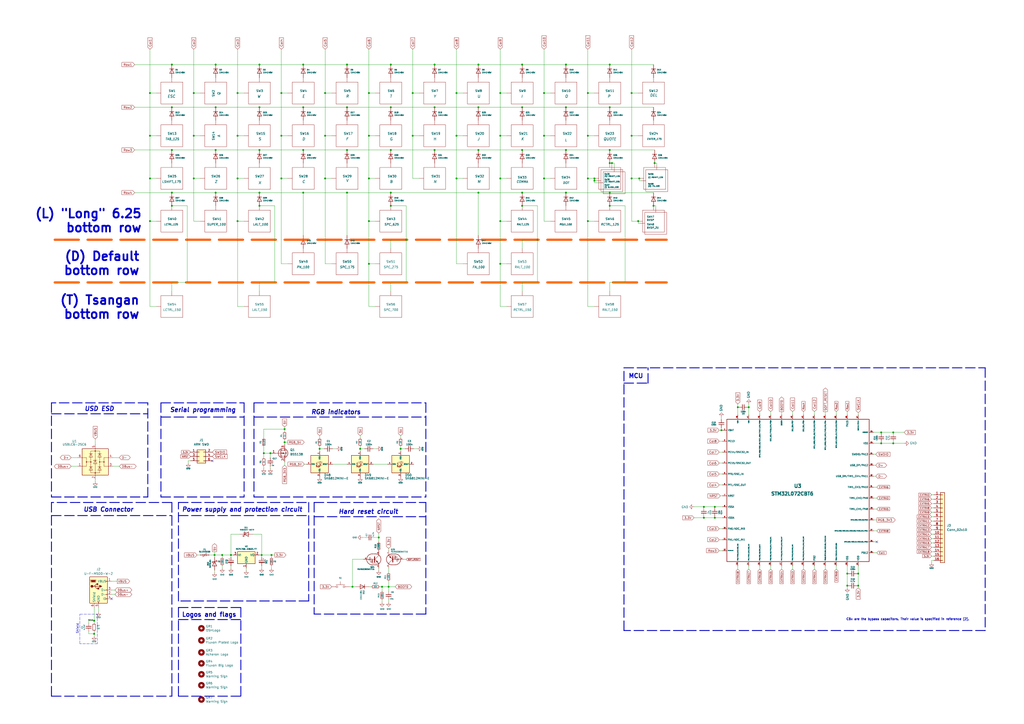
<source format=kicad_sch>
(kicad_sch (version 20230121) (generator eeschema)
  (paper "A2")
  (title_block (title "Fluxon") (date "2020-07-24") (rev "V0.3") (company "Designed by Álvaro \"Gondolindrim\" Volpato"))
  (junction (at 137.795 78.74))
  (junction (at 213.995 128.27))
  (junction (at 99.695 62.23))
  (junction (at 86.995 103.505))
  (junction (at 125.095 86.995))
  (junction (at 201.295 86.995))
  (junction (at 239.395 78.74))
  (junction (at 99.695 86.995))
  (junction (at 226.695 62.23))
  (junction (at 213.995 103.505))
  (junction (at 150.495 111.76))
  (junction (at 232.41 260.35))
  (junction (at 128.905 321.945))
  (junction (at 414.655 294.005))
  (junction (at 414.655 300.355))
  (junction (at 99.695 119.38))
  (junction (at 213.995 153.035))
  (junction (at 54.61 360.045))
  (junction (at 252.095 86.995))
  (junction (at 302.895 111.76))
  (junction (at 188.595 103.505))
  (junction (at 188.595 78.74))
  (junction (at 497.84 339.725))
  (junction (at 340.995 53.975))
  (junction (at 165.1 248.92))
  (junction (at 112.395 53.975))
  (junction (at 125.095 62.23))
  (junction (at 225.425 340.36))
  (junction (at 235.585 139.065))
  (junction (at 137.795 103.505))
  (junction (at 518.16 250.825))
  (junction (at 344.805 103.505))
  (junction (at 175.895 37.465))
  (junction (at 340.995 78.74))
  (junction (at 163.195 103.505))
  (junction (at 353.695 62.23))
  (junction (at 379.73 94.615))
  (junction (at 252.095 37.465))
  (junction (at 188.595 53.975))
  (junction (at 264.795 78.74))
  (junction (at 344.805 104.775))
  (junction (at 150.495 37.465))
  (junction (at 201.295 37.465))
  (junction (at 353.695 37.465))
  (junction (at 353.695 94.615))
  (junction (at 311.785 139.065))
  (junction (at 201.295 62.23))
  (junction (at 328.295 86.995))
  (junction (at 353.695 119.38))
  (junction (at 353.695 86.995))
  (junction (at 86.995 53.975))
  (junction (at 366.395 78.74))
  (junction (at 157.48 321.945))
  (junction (at 427.99 236.22))
  (junction (at 213.995 78.74))
  (junction (at 175.895 111.76))
  (junction (at 408.305 294.005))
  (junction (at 328.295 62.23))
  (junction (at 133.985 321.945))
  (junction (at 208.915 260.35))
  (junction (at 175.895 62.23))
  (junction (at 153.035 262.89))
  (junction (at 151.765 321.945))
  (junction (at 99.695 111.76))
  (junction (at 175.895 86.995))
  (junction (at 264.795 103.505))
  (junction (at 112.395 103.505))
  (junction (at 124.46 321.945))
  (junction (at 315.595 78.74))
  (junction (at 213.995 53.975))
  (junction (at 290.195 53.975))
  (junction (at 221.615 340.36))
  (junction (at 150.495 119.38))
  (junction (at 137.795 128.27))
  (junction (at 491.49 339.725))
  (junction (at 354.965 94.615))
  (junction (at 201.295 111.76))
  (junction (at 264.795 53.975))
  (junction (at 226.695 119.38))
  (junction (at 252.095 62.23))
  (junction (at 165.1 256.54))
  (junction (at 491.49 332.74))
  (junction (at 54.61 367.665))
  (junction (at 226.695 111.76))
  (junction (at 366.395 103.505))
  (junction (at 511.175 250.825))
  (junction (at 340.995 128.27))
  (junction (at 112.395 78.74))
  (junction (at 163.195 78.74))
  (junction (at 340.995 103.505))
  (junction (at 302.895 119.38))
  (junction (at 290.195 78.74))
  (junction (at 239.395 53.975))
  (junction (at 290.195 103.505))
  (junction (at 86.995 78.74))
  (junction (at 302.895 62.23))
  (junction (at 204.47 340.36))
  (junction (at 370.84 103.505))
  (junction (at 518.16 257.175))
  (junction (at 511.175 257.175))
  (junction (at 137.795 53.975))
  (junction (at 226.695 86.995))
  (junction (at 277.495 37.465))
  (junction (at 353.695 111.76))
  (junction (at 99.695 37.465))
  (junction (at 226.695 37.465))
  (junction (at 379.095 119.38))
  (junction (at 290.195 153.035))
  (junction (at 497.84 332.74))
  (junction (at 315.595 53.975))
  (junction (at 302.895 37.465))
  (junction (at 366.395 53.975))
  (junction (at 418.465 249.555))
  (junction (at 150.495 62.23))
  (junction (at 125.095 37.465))
  (junction (at 185.42 260.35))
  (junction (at 86.995 128.27))
  (junction (at 328.295 111.76))
  (junction (at 150.495 86.995))
  (junction (at 277.495 62.23))
  (junction (at 277.495 86.995))
  (junction (at 434.34 236.22))
  (junction (at 277.495 111.76))
  (junction (at 125.095 111.76))
  (junction (at 370.205 128.27))
  (junction (at 290.195 128.27))
  (junction (at 328.295 37.465))
  (junction (at 408.305 300.355))
  (junction (at 302.895 86.995))
  (junction (at 219.71 311.785))
  (junction (at 156.845 262.89))
  (junction (at 163.195 53.975))
  (junction (at 315.595 103.505))
  (no_connect (at 64.77 347.345))
  (no_connect (at 123.19 267.335))
  (no_connect (at 508.635 314.325))
  (wire (pts (xy 252.095 86.995) (xy 277.495 86.995)))
  (wire (pts (xy 472.44 330.2) (xy 472.44 328.295)))
  (wire (pts (xy 372.11 104.775) (xy 370.84 104.775)))
  (wire (pts (xy 356.235 94.615) (xy 354.965 94.615)))
  (wire (pts (xy 54.61 367.665) (xy 54.61 368.935)))
  (wire (pts (xy 466.09 330.2) (xy 466.09 328.295)))
  (wire (pts (xy 116.205 128.27) (xy 112.395 128.27)))
  (wire (pts (xy 340.995 103.505) (xy 340.995 128.27)))
  (wire (pts (xy 167.005 256.54) (xy 165.1 256.54)))
  (wire (pts (xy 150.495 163.83) (xy 150.495 168.91)))
  (wire (pts (xy 221.615 340.36) (xy 225.425 340.36)))
  (wire (pts (xy 311.785 139.065) (xy 311.785 163.83)))
  (wire (pts (xy 116.205 78.74) (xy 112.395 78.74)))
  (wire (pts (xy 133.985 321.945) (xy 133.985 309.88)))
  (wire (pts (xy 99.695 111.76) (xy 125.095 111.76)))
  (wire (pts (xy 141.605 177.8) (xy 137.795 177.8)))
  (wire (pts (xy 213.995 153.035) (xy 213.995 177.8)))
  (wire (pts (xy 121.285 321.945) (xy 124.46 321.945)))
  (wire (pts (xy 163.195 103.505) (xy 163.195 153.035)))
  (wire (pts (xy 86.995 78.74) (xy 86.995 103.505)))
  (wire (pts (xy 497.84 332.74) (xy 497.84 339.725)))
  (wire (pts (xy 353.695 37.465) (xy 379.095 37.465)))
  (wire (pts (xy 511.175 250.825) (xy 518.16 250.825)))
  (wire (pts (xy 232.41 252.73) (xy 232.41 254)))
  (wire (pts (xy 137.795 28.575) (xy 137.795 53.975)))
  (wire (pts (xy 151.765 321.945) (xy 151.765 309.88)))
  (wire (pts (xy 427.99 236.22) (xy 428.625 236.22)))
  (wire (pts (xy 208.915 260.35) (xy 211.455 260.35)))
  (wire (pts (xy 268.605 78.74) (xy 264.795 78.74)))
  (wire (pts (xy 243.205 78.74) (xy 239.395 78.74)))
  (wire (pts (xy 417.195 249.555) (xy 418.465 249.555)))
  (wire (pts (xy 133.985 309.88) (xy 139.065 309.88)))
  (wire (pts (xy 112.395 103.505) (xy 112.395 128.27)))
  (wire (pts (xy 418.465 249.555) (xy 419.1 249.555)))
  (polyline (pts (xy 147.32 241.935) (xy 247.015 241.935)) (stroke (width 0.508) (type dash)))
  (polyline (pts (xy 29.845 403.86) (xy 99.695 403.86)) (stroke (width 0.508) (type dash)))
  (wire (pts (xy 540.385 322.58) (xy 541.655 322.58)))
  (polyline (pts (xy 103.505 403.86) (xy 139.7 403.86)) (stroke (width 0.508) (type dash)))
  (wire (pts (xy 216.535 260.35) (xy 218.44 260.35)))
  (wire (pts (xy 459.74 330.2) (xy 459.74 328.295)))
  (wire (pts (xy 153.035 270.51) (xy 153.035 271.78)))
  (wire (pts (xy 511.175 250.825) (xy 511.175 251.46)))
  (polyline (pts (xy 46.355 356.235) (xy 56.515 356.235)) (stroke (width 0) (type dash)))
  (wire (pts (xy 153.035 248.92) (xy 153.035 254)))
  (wire (pts (xy 408.305 294.005) (xy 408.305 294.64)))
  (wire (pts (xy 90.805 128.27) (xy 86.995 128.27)))
  (wire (pts (xy 417.195 313.055) (xy 419.1 313.055)))
  (polyline (pts (xy 179.07 348.615) (xy 103.505 348.615)) (stroke (width 0.508) (type dash)))
  (wire (pts (xy 163.195 28.575) (xy 163.195 53.975)))
  (wire (pts (xy 163.195 153.035) (xy 167.005 153.035)))
  (wire (pts (xy 540.385 294.64) (xy 541.655 294.64)))
  (wire (pts (xy 188.595 28.575) (xy 188.595 53.975)))
  (wire (pts (xy 370.205 128.27) (xy 366.395 128.27)))
  (wire (pts (xy 167.005 78.74) (xy 163.195 78.74)))
  (wire (pts (xy 264.795 28.575) (xy 264.795 53.975)))
  (wire (pts (xy 151.765 321.945) (xy 151.765 323.215)))
  (wire (pts (xy 540.385 304.8) (xy 541.655 304.8)))
  (wire (pts (xy 354.965 95.885) (xy 354.965 94.615)))
  (wire (pts (xy 54.61 360.045) (xy 51.435 360.045)))
  (polyline (pts (xy 103.505 291.465) (xy 179.07 291.465)) (stroke (width 0.508) (type dash)))
  (polyline (pts (xy 103.505 359.41) (xy 139.7 359.41)) (stroke (width 0.508) (type dash)))
  (wire (pts (xy 99.695 86.995) (xy 125.095 86.995)))
  (wire (pts (xy 175.895 111.76) (xy 201.295 111.76)))
  (wire (pts (xy 540.385 297.18) (xy 541.655 297.18)))
  (wire (pts (xy 453.39 238.76) (xy 453.39 240.665)))
  (wire (pts (xy 185.42 252.73) (xy 185.42 254)))
  (wire (pts (xy 344.805 104.775) (xy 344.805 103.505)))
  (wire (pts (xy 217.805 177.8) (xy 213.995 177.8)))
  (wire (pts (xy 165.1 248.92) (xy 165.1 250.19)))
  (wire (pts (xy 417.195 281.305) (xy 419.1 281.305)))
  (wire (pts (xy 362.585 119.38) (xy 362.585 163.83)))
  (wire (pts (xy 116.205 53.975) (xy 112.395 53.975)))
  (wire (pts (xy 302.895 37.465) (xy 328.295 37.465)))
  (wire (pts (xy 90.805 78.74) (xy 86.995 78.74)))
  (wire (pts (xy 508 276.225) (xy 506.73 276.225)))
  (wire (pts (xy 353.695 86.995) (xy 379.73 86.995)))
  (wire (pts (xy 294.005 153.035) (xy 290.195 153.035)))
  (wire (pts (xy 86.995 103.505) (xy 86.995 128.27)))
  (wire (pts (xy 150.495 86.995) (xy 175.895 86.995)))
  (wire (pts (xy 440.69 238.76) (xy 440.69 240.665)))
  (wire (pts (xy 290.195 78.74) (xy 290.195 103.505)))
  (wire (pts (xy 219.71 330.835) (xy 219.71 329.565)))
  (wire (pts (xy 268.605 103.505) (xy 264.795 103.505)))
  (wire (pts (xy 226.695 111.76) (xy 277.495 111.76)))
  (wire (pts (xy 204.47 340.36) (xy 204.47 324.485)))
  (wire (pts (xy 235.585 139.065) (xy 235.585 163.83)))
  (wire (pts (xy 65.405 270.51) (xy 69.215 270.51)))
  (wire (pts (xy 344.805 103.505) (xy 340.995 103.505)))
  (polyline (pts (xy 29.845 288.29) (xy 85.725 288.29)) (stroke (width 0.508) (type dash)))
  (wire (pts (xy 234.315 324.485) (xy 235.585 324.485)))
  (wire (pts (xy 232.41 260.35) (xy 232.41 261.62)))
  (wire (pts (xy 156.845 262.89) (xy 157.48 262.89)))
  (wire (pts (xy 226.695 62.23) (xy 252.095 62.23)))
  (polyline (pts (xy 29.845 233.68) (xy 29.845 288.29)) (stroke (width 0.508) (type dash)))
  (wire (pts (xy 508.635 314.325) (xy 506.73 314.325)))
  (wire (pts (xy 290.195 128.27) (xy 290.195 153.035)))
  (wire (pts (xy 315.595 78.74) (xy 315.595 103.505)))
  (wire (pts (xy 491.49 340.995) (xy 491.49 339.725)))
  (wire (pts (xy 508.635 295.275) (xy 506.73 295.275)))
  (wire (pts (xy 99.695 163.83) (xy 108.585 163.83)))
  (wire (pts (xy 252.095 37.465) (xy 277.495 37.465)))
  (polyline (pts (xy 31.75 139.065) (xy 386.715 139.065)) (stroke (width 1.27) (type dash) (color 255 87 0 1)))
  (wire (pts (xy 540.385 307.34) (xy 541.655 307.34)))
  (wire (pts (xy 540.385 287.02) (xy 541.655 287.02)))
  (wire (pts (xy 485.14 330.2) (xy 485.14 328.295)))
  (wire (pts (xy 146.685 309.88) (xy 151.765 309.88)))
  (wire (pts (xy 124.46 321.945) (xy 124.46 323.215)))
  (wire (pts (xy 366.395 78.74) (xy 366.395 103.505)))
  (wire (pts (xy 402.59 300.355) (xy 408.305 300.355)))
  (wire (pts (xy 491.49 238.76) (xy 491.49 240.665)))
  (wire (pts (xy 508.635 320.675) (xy 506.73 320.675)))
  (wire (pts (xy 344.805 78.74) (xy 340.995 78.74)))
  (wire (pts (xy 141.605 128.27) (xy 137.795 128.27)))
  (wire (pts (xy 188.595 78.74) (xy 188.595 103.505)))
  (wire (pts (xy 124.46 330.835) (xy 124.46 332.105)))
  (polyline (pts (xy 182.245 291.465) (xy 182.245 356.235)) (stroke (width 0.508) (type dash)))
  (wire (pts (xy 125.095 86.995) (xy 150.495 86.995)))
  (wire (pts (xy 204.47 324.485) (xy 210.82 324.485)))
  (wire (pts (xy 414.655 294.005) (xy 414.655 294.64)))
  (wire (pts (xy 508.635 301.625) (xy 506.73 301.625)))
  (wire (pts (xy 208.915 252.73) (xy 208.915 254)))
  (wire (pts (xy 213.995 53.975) (xy 213.995 78.74)))
  (wire (pts (xy 252.095 62.23) (xy 277.495 62.23)))
  (wire (pts (xy 414.655 300.355) (xy 414.655 299.72)))
  (wire (pts (xy 142.875 329.565) (xy 142.875 330.835)))
  (wire (pts (xy 201.295 136.525) (xy 201.295 111.76)))
  (polyline (pts (xy 247.015 291.465) (xy 247.015 356.235)) (stroke (width 0.508) (type dash)))
  (polyline (pts (xy 93.345 241.935) (xy 141.605 241.935)) (stroke (width 0.508) (type dash)))
  (wire (pts (xy 540.385 317.5) (xy 541.655 317.5)))
  (wire (pts (xy 540.385 299.72) (xy 541.655 299.72)))
  (wire (pts (xy 380.365 119.38) (xy 380.365 120.65)))
  (wire (pts (xy 213.995 28.575) (xy 213.995 53.975)))
  (wire (pts (xy 508.635 307.975) (xy 506.73 307.975)))
  (wire (pts (xy 353.695 94.615) (xy 354.965 94.615)))
  (wire (pts (xy 243.205 53.975) (xy 239.395 53.975)))
  (polyline (pts (xy 29.845 299.085) (xy 99.695 299.085)) (stroke (width 0.508) (type dash)))
  (wire (pts (xy 226.695 139.065) (xy 226.695 144.145)))
  (wire (pts (xy 64.77 344.805) (xy 66.675 344.805)))
  (wire (pts (xy 141.605 103.505) (xy 137.795 103.505)))
  (polyline (pts (xy 93.345 233.68) (xy 141.605 233.68)) (stroke (width 0.508) (type dash)))
  (wire (pts (xy 167.005 53.975) (xy 163.195 53.975)))
  (wire (pts (xy 217.805 53.975) (xy 213.995 53.975)))
  (wire (pts (xy 108.585 119.38) (xy 108.585 163.83)))
  (wire (pts (xy 65.405 265.43) (xy 69.215 265.43)))
  (wire (pts (xy 125.095 62.23) (xy 150.495 62.23)))
  (wire (pts (xy 243.205 103.505) (xy 239.395 103.505)))
  (wire (pts (xy 55.245 279.4) (xy 55.245 278.13)))
  (wire (pts (xy 408.305 299.72) (xy 408.305 300.355)))
  (wire (pts (xy 176.53 269.24) (xy 177.8 269.24)))
  (wire (pts (xy 319.405 103.505) (xy 315.595 103.505)))
  (wire (pts (xy 440.69 330.2) (xy 440.69 328.295)))
  (wire (pts (xy 497.205 339.725) (xy 497.84 339.725)))
  (wire (pts (xy 264.795 78.74) (xy 264.795 103.505)))
  (wire (pts (xy 175.895 111.76) (xy 175.895 136.525)))
  (wire (pts (xy 353.695 119.38) (xy 362.585 119.38)))
  (wire (pts (xy 112.395 78.74) (xy 112.395 103.505)))
  (wire (pts (xy 213.995 103.505) (xy 213.995 128.27)))
  (wire (pts (xy 185.42 260.35) (xy 187.96 260.35)))
  (wire (pts (xy 225.425 340.36) (xy 229.235 340.36)))
  (wire (pts (xy 447.04 330.2) (xy 447.04 328.295)))
  (wire (pts (xy 315.595 103.505) (xy 315.595 128.27)))
  (wire (pts (xy 153.035 259.08) (xy 153.035 262.89)))
  (wire (pts (xy 109.22 267.335) (xy 110.49 267.335)))
  (wire (pts (xy 150.495 111.76) (xy 175.895 111.76)))
  (wire (pts (xy 491.49 328.295) (xy 491.49 332.74)))
  (wire (pts (xy 311.785 119.38) (xy 302.895 119.38)))
  (wire (pts (xy 165.1 256.54) (xy 165.1 257.81)))
  (wire (pts (xy 540.385 325.12) (xy 541.655 325.12)))
  (wire (pts (xy 491.49 332.74) (xy 492.125 332.74)))
  (wire (pts (xy 506.73 250.825) (xy 511.175 250.825)))
  (wire (pts (xy 353.695 62.23) (xy 379.095 62.23)))
  (wire (pts (xy 90.805 53.975) (xy 86.995 53.975)))
  (wire (pts (xy 485.14 238.76) (xy 485.14 240.665)))
  (wire (pts (xy 54.61 367.665) (xy 54.61 366.395)))
  (wire (pts (xy 157.48 328.295) (xy 157.48 329.565)))
  (wire (pts (xy 427.99 234.315) (xy 427.99 236.22)))
  (wire (pts (xy 217.805 128.27) (xy 213.995 128.27)))
  (polyline (pts (xy 571.5 213.36) (xy 571.5 365.76)) (stroke (width 0.508) (type dash)))
  (wire (pts (xy 453.39 330.2) (xy 453.39 328.295)))
  (wire (pts (xy 51.435 360.045) (xy 51.435 361.315)))
  (wire (pts (xy 157.48 321.945) (xy 159.385 321.945)))
  (wire (pts (xy 319.405 78.74) (xy 315.595 78.74)))
  (wire (pts (xy 302.895 62.23) (xy 328.295 62.23)))
  (wire (pts (xy 344.805 53.975) (xy 340.995 53.975)))
  (polyline (pts (xy 85.725 288.29) (xy 85.725 233.68)) (stroke (width 0.508) (type dash)))
  (wire (pts (xy 99.695 37.465) (xy 125.095 37.465)))
  (polyline (pts (xy 147.32 233.68) (xy 247.015 233.68)) (stroke (width 0.508) (type dash)))
  (wire (pts (xy 417.195 262.255) (xy 419.1 262.255)))
  (wire (pts (xy 379.095 119.38) (xy 380.365 119.38)))
  (wire (pts (xy 213.995 103.505) (xy 213.995 78.74)))
  (wire (pts (xy 478.79 330.2) (xy 478.79 328.295)))
  (wire (pts (xy 472.44 238.76) (xy 472.44 240.665)))
  (wire (pts (xy 78.105 37.465) (xy 99.695 37.465)))
  (wire (pts (xy 264.795 153.035) (xy 264.795 103.505)))
  (wire (pts (xy 109.22 268.605) (xy 109.22 267.335)))
  (wire (pts (xy 210.185 311.785) (xy 212.09 311.785)))
  (wire (pts (xy 192.405 53.975) (xy 188.595 53.975)))
  (wire (pts (xy 264.795 53.975) (xy 264.795 78.74)))
  (polyline (pts (xy 99.695 291.465) (xy 29.845 291.465)) (stroke (width 0.508) (type dash)))
  (wire (pts (xy 239.395 103.505) (xy 239.395 78.74)))
  (wire (pts (xy 540.385 314.96) (xy 541.655 314.96)))
  (wire (pts (xy 137.795 78.74) (xy 141.605 78.74)))
  (wire (pts (xy 328.295 62.23) (xy 353.695 62.23)))
  (wire (pts (xy 78.105 86.995) (xy 99.695 86.995)))
  (wire (pts (xy 356.235 97.155) (xy 356.235 94.615)))
  (wire (pts (xy 133.985 321.945) (xy 133.985 323.215)))
  (wire (pts (xy 508 269.875) (xy 506.73 269.875)))
  (polyline (pts (xy 29.845 240.03) (xy 85.725 240.03)) (stroke (width 0.508) (type dash)))
  (wire (pts (xy 221.615 340.36) (xy 221.615 342.9)))
  (wire (pts (xy 137.795 103.505) (xy 137.795 78.74)))
  (polyline (pts (xy 361.95 213.36) (xy 571.5 213.36)) (stroke (width 0.508) (type dash)))
  (wire (pts (xy 165.1 267.97) (xy 165.1 269.875)))
  (wire (pts (xy 340.995 28.575) (xy 340.995 53.975)))
  (wire (pts (xy 319.405 53.975) (xy 315.595 53.975)))
  (wire (pts (xy 302.895 86.995) (xy 328.295 86.995)))
  (wire (pts (xy 201.295 62.23) (xy 226.695 62.23)))
  (wire (pts (xy 192.405 103.505) (xy 188.595 103.505)))
  (wire (pts (xy 240.03 260.35) (xy 241.935 260.35)))
  (wire (pts (xy 202.565 340.36) (xy 204.47 340.36)))
  (wire (pts (xy 185.42 260.35) (xy 185.42 261.62)))
  (wire (pts (xy 417.195 319.405) (xy 419.1 319.405)))
  (wire (pts (xy 225.425 337.185) (xy 225.425 340.36)))
  (wire (pts (xy 78.105 111.76) (xy 99.695 111.76)))
  (wire (pts (xy 459.74 238.76) (xy 459.74 240.665)))
  (wire (pts (xy 434.34 240.665) (xy 434.34 236.22)))
  (wire (pts (xy 418.465 249.555) (xy 418.465 248.285)))
  (wire (pts (xy 491.49 339.725) (xy 492.125 339.725)))
  (wire (pts (xy 67.945 337.185) (xy 64.77 337.185)))
  (polyline (pts (xy 99.695 403.86) (xy 99.695 291.465)) (stroke (width 0.508) (type dash)))
  (wire (pts (xy 112.395 53.975) (xy 112.395 78.74)))
  (wire (pts (xy 99.695 119.38) (xy 108.585 119.38)))
  (wire (pts (xy 417.83 287.655) (xy 419.1 287.655)))
  (wire (pts (xy 370.205 78.74) (xy 366.395 78.74)))
  (wire (pts (xy 225.425 349.25) (xy 225.425 347.98)))
  (wire (pts (xy 370.205 129.54) (xy 371.475 129.54)))
  (wire (pts (xy 518.16 256.54) (xy 518.16 257.175)))
  (wire (pts (xy 90.805 177.8) (xy 86.995 177.8)))
  (wire (pts (xy 294.005 78.74) (xy 290.195 78.74)))
  (wire (pts (xy 353.695 111.76) (xy 379.095 111.76)))
  (wire (pts (xy 540.385 325.12) (xy 540.385 326.39)))
  (wire (pts (xy 277.495 136.525) (xy 277.495 111.76)))
  (wire (pts (xy 268.605 53.975) (xy 264.795 53.975)))
  (wire (pts (xy 128.905 328.295) (xy 128.905 329.565)))
  (wire (pts (xy 57.15 352.425) (xy 57.15 354.965)))
  (wire (pts (xy 151.765 321.945) (xy 157.48 321.945)))
  (polyline (pts (xy 31.75 163.83) (xy 386.715 163.83)) (stroke (width 1.27) (type dash) (color 255 87 0 1)))
  (wire (pts (xy 55.245 254.635) (xy 55.245 257.81)))
  (wire (pts (xy 290.195 28.575) (xy 290.195 53.975)))
  (wire (pts (xy 370.205 53.975) (xy 366.395 53.975)))
  (polyline (pts (xy 141.605 233.68) (xy 141.605 288.29)) (stroke (width 0.508) (type dash)))
  (wire (pts (xy 540.385 302.26) (xy 541.655 302.26)))
  (wire (pts (xy 478.79 238.76) (xy 478.79 240.665)))
  (wire (pts (xy 175.895 86.995) (xy 201.295 86.995)))
  (wire (pts (xy 208.915 260.35) (xy 208.915 261.62)))
  (wire (pts (xy 340.995 128.27) (xy 344.805 128.27)))
  (wire (pts (xy 150.495 119.38) (xy 159.385 119.38)))
  (wire (pts (xy 150.495 321.945) (xy 151.765 321.945)))
  (wire (pts (xy 294.005 103.505) (xy 290.195 103.505)))
  (wire (pts (xy 157.48 321.945) (xy 157.48 323.215)))
  (wire (pts (xy 315.595 53.975) (xy 315.595 78.74)))
  (wire (pts (xy 239.395 28.575) (xy 239.395 53.975)))
  (polyline (pts (xy 103.505 352.425) (xy 139.7 352.425)) (stroke (width 0.508) (type dash)))
  (wire (pts (xy 226.695 86.995) (xy 252.095 86.995)))
  (polyline (pts (xy 139.7 352.425) (xy 139.7 403.86)) (stroke (width 0.508) (type dash)))
  (wire (pts (xy 159.385 119.38) (xy 159.385 163.83)))
  (polyline (pts (xy 182.245 291.465) (xy 247.015 291.465)) (stroke (width 0.508) (type dash)))
  (wire (pts (xy 192.405 78.74) (xy 188.595 78.74)))
  (wire (pts (xy 340.995 78.74) (xy 340.995 103.505)))
  (wire (pts (xy 64.77 342.265) (xy 66.675 342.265)))
  (wire (pts (xy 290.195 153.035) (xy 290.195 177.8)))
  (wire (pts (xy 434.34 234.315) (xy 434.34 236.22)))
  (wire (pts (xy 518.16 250.825) (xy 518.16 251.46)))
  (wire (pts (xy 328.295 37.465) (xy 353.695 37.465)))
  (wire (pts (xy 311.785 119.38) (xy 311.785 139.065)))
  (wire (pts (xy 51.435 366.395) (xy 51.435 367.665)))
  (wire (pts (xy 193.04 260.35) (xy 194.945 260.35)))
  (wire (pts (xy 153.035 248.92) (xy 165.1 248.92)))
  (wire (pts (xy 235.585 119.38) (xy 235.585 139.065)))
  (wire (pts (xy 511.175 257.175) (xy 518.16 257.175)))
  (wire (pts (xy 124.46 320.04) (xy 124.46 321.945)))
  (wire (pts (xy 294.005 128.27) (xy 290.195 128.27)))
  (wire (pts (xy 204.47 340.36) (xy 206.375 340.36)))
  (wire (pts (xy 417.195 306.705) (xy 419.1 306.705)))
  (polyline (pts (xy 182.245 299.72) (xy 247.015 299.72)) (stroke (width 0.508) (type dash)))
  (wire (pts (xy 427.99 330.2) (xy 427.99 328.295)))
  (polyline (pts (xy 85.725 233.68) (xy 29.845 233.68)) (stroke (width 0.508) (type dash)))
  (wire (pts (xy 408.305 294.005) (xy 414.655 294.005)))
  (wire (pts (xy 518.16 250.825) (xy 524.51 250.825)))
  (wire (pts (xy 128.905 321.945) (xy 133.985 321.945)))
  (polyline (pts (xy 46.355 373.38) (xy 46.355 356.235)) (stroke (width 0) (type dash)))
  (wire (pts (xy 302.895 139.065) (xy 302.895 144.145)))
  (wire (pts (xy 175.895 37.465) (xy 201.295 37.465)))
  (wire (pts (xy 302.895 111.76) (xy 328.295 111.76)))
  (wire (pts (xy 540.385 312.42) (xy 541.655 312.42)))
  (wire (pts (xy 540.385 289.56) (xy 541.655 289.56)))
  (wire (pts (xy 86.995 28.575) (xy 86.995 53.975)))
  (wire (pts (xy 417.195 274.955) (xy 419.1 274.955)))
  (wire (pts (xy 201.295 86.995) (xy 226.695 86.995)))
  (wire (pts (xy 408.305 300.355) (xy 414.655 300.355)))
  (wire (pts (xy 226.695 119.38) (xy 235.585 119.38)))
  (wire (pts (xy 232.41 259.08) (xy 232.41 260.35)))
  (wire (pts (xy 366.395 103.505) (xy 366.395 128.27)))
  (wire (pts (xy 114.3 321.945) (xy 116.205 321.945)))
  (wire (pts (xy 220.345 340.36) (xy 221.615 340.36)))
  (wire (pts (xy 226.695 163.83) (xy 226.695 168.91)))
  (wire (pts (xy 216.535 269.24) (xy 224.79 269.24)))
  (wire (pts (xy 277.495 37.465) (xy 302.895 37.465)))
  (wire (pts (xy 163.195 53.975) (xy 163.195 78.74)))
  (wire (pts (xy 188.595 153.035) (xy 188.595 103.505)))
  (wire (pts (xy 511.175 257.175) (xy 511.175 256.54)))
  (wire (pts (xy 78.105 62.23) (xy 99.695 62.23)))
  (wire (pts (xy 137.795 128.27) (xy 137.795 177.8)))
  (wire (pts (xy 277.495 62.23) (xy 302.895 62.23)))
  (wire (pts (xy 315.595 28.575) (xy 315.595 53.975)))
  (wire (pts (xy 379.73 94.615) (xy 381 94.615)))
  (polyline (pts (xy 93.345 288.29) (xy 141.605 288.29)) (stroke (width 0.508) (type dash)))
  (wire (pts (xy 225.425 340.36) (xy 225.425 342.9)))
  (wire (pts (xy 188.595 53.975) (xy 188.595 78.74)))
  (polyline (pts (xy 93.345 233.68) (xy 93.345 288.29)) (stroke (width 0.508) (type dash)))
  (wire (pts (xy 402.59 294.005) (xy 408.305 294.005)))
  (wire (pts (xy 51.435 367.665) (xy 54.61 367.665)))
  (polyline (pts (xy 56.515 373.38) (xy 46.355 373.38)) (stroke (width 0) (type dash)))
  (wire (pts (xy 239.395 53.975) (xy 239.395 78.74)))
  (polyline (pts (xy 247.015 356.235) (xy 182.245 356.235)) (stroke (width 0.508) (type dash)))
  (wire (pts (xy 213.995 340.36) (xy 215.265 340.36)))
  (wire (pts (xy 290.195 103.505) (xy 290.195 128.27)))
  (wire (pts (xy 175.895 62.23) (xy 201.295 62.23)))
  (wire (pts (xy 156.845 270.51) (xy 156.845 271.78)))
  (wire (pts (xy 125.095 111.76) (xy 150.495 111.76)))
  (wire (pts (xy 540.385 320.04) (xy 541.655 320.04)))
  (wire (pts (xy 226.695 163.83) (xy 235.585 163.83)))
  (wire (pts (xy 221.615 349.25) (xy 221.615 347.98)))
  (wire (pts (xy 135.255 321.945) (xy 133.985 321.945)))
  (wire (pts (xy 141.605 53.975) (xy 137.795 53.975)))
  (wire (pts (xy 54.61 360.045) (xy 54.61 361.315)))
  (polyline (pts (xy 375.92 222.25) (xy 375.92 213.36)) (stroke (width 0.508) (type dash)))
  (wire (pts (xy 277.495 111.76) (xy 302.895 111.76)))
  (polyline (pts (xy 247.015 233.68) (xy 247.015 288.29)) (stroke (width 0.508) (type dash)))
  (wire (pts (xy 213.995 128.27) (xy 213.995 153.035)))
  (wire (pts (xy 99.695 62.23) (xy 125.095 62.23)))
  (wire (pts (xy 340.995 128.27) (xy 340.995 177.8)))
  (wire (pts (xy 217.805 78.74) (xy 213.995 78.74)))
  (wire (pts (xy 99.695 163.83) (xy 99.695 168.91)))
  (wire (pts (xy 133.985 328.295) (xy 133.985 329.565)))
  (polyline (pts (xy 571.5 365.76) (xy 361.95 365.76)) (stroke (width 0.508) (type dash)))
  (wire (pts (xy 340.995 53.975) (xy 340.995 78.74)))
  (wire (pts (xy 193.04 269.24) (xy 201.295 269.24)))
  (wire (pts (xy 219.71 309.245) (xy 219.71 311.785)))
  (polyline (pts (xy 361.95 365.76) (xy 361.95 213.36)) (stroke (width 0.508) (type dash)))
  (wire (pts (xy 290.195 53.975) (xy 290.195 78.74)))
  (wire (pts (xy 366.395 53.975) (xy 366.395 78.74)))
  (wire (pts (xy 165.1 255.27) (xy 165.1 256.54)))
  (wire (pts (xy 497.84 328.295) (xy 497.84 332.74)))
  (wire (pts (xy 302.895 163.83) (xy 311.785 163.83)))
  (wire (pts (xy 319.405 128.27) (xy 315.595 128.27)))
  (wire (pts (xy 150.495 163.83) (xy 159.385 163.83)))
  (polyline (pts (xy 361.95 222.25) (xy 375.92 222.25)) (stroke (width 0.508) (type dash)))
  (wire (pts (xy 54.61 352.425) (xy 54.61 360.045)))
  (wire (pts (xy 153.035 262.89) (xy 153.035 265.43)))
  (wire (pts (xy 353.695 163.83) (xy 362.585 163.83)))
  (wire (pts (xy 518.16 257.175) (xy 524.51 257.175)))
  (wire (pts (xy 192.405 153.035) (xy 188.595 153.035)))
  (wire (pts (xy 232.41 260.35) (xy 234.95 260.35)))
  (wire (pts (xy 497.84 340.995) (xy 497.84 339.725)))
  (wire (pts (xy 217.805 103.505) (xy 213.995 103.505)))
  (wire (pts (xy 491.49 332.74) (xy 491.49 339.725)))
  (wire (pts (xy 302.895 139.065) (xy 311.785 139.065)))
  (wire (pts (xy 90.805 103.505) (xy 86.995 103.505)))
  (wire (pts (xy 225.425 318.135) (xy 225.425 319.405)))
  (wire (pts (xy 506.73 257.175) (xy 511.175 257.175)))
  (wire (pts (xy 137.795 103.505) (xy 137.795 128.27)))
  (wire (pts (xy 217.805 153.035) (xy 213.995 153.035)))
  (wire (pts (xy 268.605 153.035) (xy 264.795 153.035)))
  (wire (pts (xy 508.635 288.925) (xy 506.73 288.925)))
  (wire (pts (xy 150.495 62.23) (xy 175.895 62.23)))
  (polyline (pts (xy 56.515 356.235) (xy 56.515 373.38)) (stroke (width 0) (type dash)))
  (wire (pts (xy 346.075 104.775) (xy 344.805 104.775)))
  (wire (pts (xy 128.905 321.945) (xy 128.905 323.215)))
  (wire (pts (xy 277.495 86.995) (xy 302.895 86.995)))
  (wire (pts (xy 217.17 311.785) (xy 219.71 311.785)))
  (polyline (pts (xy 147.32 233.68) (xy 147.32 288.29)) (stroke (width 0.508) (type dash)))
  (wire (pts (xy 466.09 238.76) (xy 466.09 240.665)))
  (wire (pts (xy 41.275 265.43) (xy 45.085 265.43)))
  (polyline (pts (xy 103.505 348.615) (xy 103.505 291.465)) (stroke (width 0.508) (type dash)))
  (wire (pts (xy 201.295 37.465) (xy 226.695 37.465)))
  (wire (pts (xy 41.275 270.51) (xy 45.085 270.51)))
  (wire (pts (xy 508.635 282.575) (xy 506.73 282.575)))
  (wire (pts (xy 344.805 177.8) (xy 340.995 177.8)))
  (wire (pts (xy 497.84 332.74) (xy 497.205 332.74)))
  (wire (pts (xy 294.005 53.975) (xy 290.195 53.975)))
  (wire (pts (xy 434.34 236.22) (xy 433.705 236.22)))
  (wire (pts (xy 163.195 78.74) (xy 163.195 103.505)))
  (polyline (pts (xy 103.505 299.085) (xy 179.07 299.085)) (stroke (width 0.508) (type dash)))
  (wire (pts (xy 86.995 53.975) (xy 86.995 78.74)))
  (wire (pts (xy 167.005 103.505) (xy 163.195 103.505)))
  (wire (pts (xy 302.895 163.83) (xy 302.895 168.91)))
  (wire (pts (xy 417.195 255.905) (xy 419.1 255.905)))
  (wire (pts (xy 381 95.885) (xy 381 94.615)))
  (polyline (pts (xy 179.07 291.465) (xy 179.07 348.615)) (stroke (width 0.508) (type dash)))
  (wire (pts (xy 124.46 321.945) (xy 128.905 321.945)))
  (wire (pts (xy 226.695 139.065) (xy 235.585 139.065)))
  (wire (pts (xy 419.1 294.005) (xy 414.655 294.005)))
  (wire (pts (xy 370.205 128.27) (xy 370.205 129.54)))
  (wire (pts (xy 508 263.525) (xy 506.73 263.525)))
  (wire (pts (xy 540.385 309.88) (xy 541.655 309.88)))
  (wire (pts (xy 153.035 262.89) (xy 156.845 262.89)))
  (wire (pts (xy 347.345 106.045) (xy 344.805 106.045)))
  (polyline (pts (xy 147.32 288.29) (xy 247.015 288.29)) (stroke (width 0.508) (type dash)))
  (wire (pts (xy 165.1 247.65) (xy 165.1 248.92)))
  (wire (pts (xy 328.295 86.995) (xy 353.695 86.995)))
  (wire (pts (xy 447.04 238.76) (xy 447.04 240.665)))
  (wire (pts (xy 156.845 262.89) (xy 156.845 265.43)))
  (wire (pts (xy 434.34 330.2) (xy 434.34 328.295)))
  (wire (pts (xy 366.395 28.575) (xy 366.395 53.975)))
  (wire (pts (xy 86.995 128.27) (xy 86.995 177.8)))
  (wire (pts (xy 419.1 300.355) (xy 414.655 300.355)))
  (wire (pts (xy 201.295 111.76) (xy 226.695 111.76)))
  (wire (pts (xy 112.395 28.575) (xy 112.395 53.975)))
  (wire (pts (xy 353.695 163.83) (xy 353.695 168.91)))
  (wire (pts (xy 417.195 268.605) (xy 419.1 268.605)))
  (polyline (pts (xy 29.845 291.465) (xy 29.845 403.86)) (stroke (width 0.508) (type dash)))
  (wire (pts (xy 540.385 292.1) (xy 541.655 292.1)))
  (wire (pts (xy 366.395 103.505) (xy 370.84 103.505)))
  (wire (pts (xy 344.805 106.045) (xy 344.805 104.775)))
  (wire (pts (xy 125.095 37.465) (xy 150.495 37.465)))
  (wire (pts (xy 151.765 328.295) (xy 151.765 329.565)))
  (wire (pts (xy 185.42 259.08) (xy 185.42 260.35)))
  (wire (pts (xy 150.495 37.465) (xy 175.895 37.465)))
  (wire (pts (xy 116.205 103.505) (xy 112.395 103.505)))
  (wire (pts (xy 226.695 37.465) (xy 252.095 37.465)))
  (wire (pts (xy 208.915 259.08) (xy 208.915 260.35)))
  (wire (pts (xy 294.005 177.8) (xy 290.195 177.8)))
  (wire (pts (xy 427.99 240.665) (xy 427.99 236.22)))
  (wire (pts (xy 225.425 329.565) (xy 225.425 332.105)))
  (wire (pts (xy 497.84 239.395) (xy 497.84 240.665)))
  (wire (pts (xy 370.84 104.775) (xy 370.84 103.505)))
  (wire (pts (xy 219.71 311.785) (xy 219.71 314.325)))
  (wire (pts (xy 353.695 111.76) (xy 328.295 111.76)))
  (wire (pts (xy 137.795 78.74) (xy 137.795 53.975)))
  (wire (pts (xy 418.465 243.205) (xy 418.465 241.935)))
  (polyline (pts (xy 103.505 352.425) (xy 103.505 403.86)) (stroke (width 0.508) (type dash)))
  (text "Logos and flags" (at 105.41 358.14 0) (effects (font (size 2.54 2.54) (thickness 0.508) bold) (justify left bottom)))
  (text "USD ESD" (at 48.895 238.76 0) (effects (font (size 2.54 2.54) (thickness 0.508) bold italic) (justify left bottom)))
  (text "RGB indicators" (at 180.34 240.665 0) (effects (font (size 2.54 2.54) (thickness 0.508) bold italic) (justify left bottom)))
  (text "(D) Default\nbottom row" (at 81.28 160.02 0) (effects (font (size 5.08 5.08) (thickness 1.016) bold) (justify right bottom)))
  (text "(L) \"Long\" 6.25\nbottom row" (at 82.55 135.255 0) (effects (font (size 5.08 5.08) (thickness 1.016) bold) (justify right bottom)))
  (text "CBx are the bypass capacitors. Their value is specified in reference [2]." (at 490.855 360.045 0) (effects (font (size 1.27 1.27) (thickness 0.254) bold) (justify left bottom)))
  (text "MCU" (at 364.49 219.71 0) (effects (font (size 2.54 2.54) (thickness 0.508) bold) (justify left bottom)))
  (text "Hard reset circuit" (at 196.215 298.45 0) (effects (font (size 2.54 2.54) (thickness 0.508) bold italic) (justify left bottom)))
  (text "Power supply and protection circuit" (at 105.41 297.18 0) (effects (font (size 2.54 2.54) (thickness 0.508) bold italic) (justify left bottom)))
  (text "USB Connector" (at 48.26 297.18 0) (effects (font (size 2.54 2.54) (thickness 0.508) bold italic) (justify left bottom)))
  (text "Serial programming" (at 98.425 239.395 0) (effects (font (size 2.54 2.54) (thickness 0.508) bold italic) (justify left bottom)))
  (text "(T) Tsangan\nbottom row" (at 81.28 185.42 0) (effects (font (size 5.08 5.08) (thickness 1.016) bold) (justify right bottom)))
  (text "Shield" (at 45.72 367.665 90) (effects (font (size 1.27 1.27)) (justify left bottom)))
  (label "SHIELD" (at 53.975 360.045 180) (effects (font (size 0.508 0.508))))
  (global_label "Col9" (shape input) (at 440.69 238.76 90) (property "Intersheetrefs" "${INTERSHEET_REFS}" (effects hide)))
  (global_label "EXTRA12" (shape input) (at 540.385 304.8 180) (effects (font (size 1.016 1.016))) (property "Intersheetrefs" "${INTERSHEET_REFS}" (effects hide)))
  (global_label "DBus-" (shape bidirectional) (at 69.215 270.51 0) (property "Intersheetrefs" "${INTERSHEET_REFS}" (effects hide)))
  (global_label "Row1" (shape input) (at 491.49 238.76 90) (effects (font (size 1.016 1.016))) (property "Intersheetrefs" "${INTERSHEET_REFS}" (effects hide)))
  (global_label "EXTRA5" (shape input) (at 540.385 292.1 180) (effects (font (size 1.016 1.016))) (property "Intersheetrefs" "${INTERSHEET_REFS}" (effects hide)))
  (global_label "EXTRA13" (shape input) (at 459.74 330.2 270) (effects (font (size 1.016 1.016))) (property "Intersheetrefs" "${INTERSHEET_REFS}" (effects hide)))
  (global_label "Col9" (shape input) (at 290.195 28.575 90) (property "Intersheetrefs" "${INTERSHEET_REFS}" (effects hide)))
  (global_label "3.3V" (shape input) (at 540.385 322.58 180) (effects (font (size 1.016 1.016))) (property "Intersheetrefs" "${INTERSHEET_REFS}" (effects hide)))
  (global_label "5V" (shape input) (at 208.915 252.73 90) (property "Intersheetrefs" "${INTERSHEET_REFS}" (effects hide)))
  (global_label "5V" (shape input) (at 165.1 247.65 90) (property "Intersheetrefs" "${INTERSHEET_REFS}" (effects hide)))
  (global_label "NRST" (shape bidirectional) (at 219.71 309.245 90) (property "Intersheetrefs" "${INTERSHEET_REFS}" (effects hide)))
  (global_label "SWCLK" (shape input) (at 497.84 239.395 90) (property "Intersheetrefs" "${INTERSHEET_REFS}" (effects hide)))
  (global_label "Col12" (shape input) (at 472.44 238.76 90) (property "Intersheetrefs" "${INTERSHEET_REFS}" (effects hide)))
  (global_label "RGB_3V3" (shape input) (at 165.1 269.875 270) (property "Intersheetrefs" "${INTERSHEET_REFS}" (effects hide)))
  (global_label "EXTRA17" (shape input) (at 434.34 330.2 270) (effects (font (size 1.016 1.016))) (property "Intersheetrefs" "${INTERSHEET_REFS}" (effects hide)))
  (global_label "EXTRA14" (shape input) (at 540.385 309.88 180) (effects (font (size 1.016 1.016))) (property "Intersheetrefs" "${INTERSHEET_REFS}" (effects hide)))
  (global_label "EXTRA13" (shape input) (at 540.385 307.34 180) (effects (font (size 1.016 1.016))) (property "Intersheetrefs" "${INTERSHEET_REFS}" (effects hide)))
  (global_label "Row2" (shape input) (at 78.105 62.23 180) (property "Intersheetrefs" "${INTERSHEET_REFS}" (effects hide)))
  (global_label "Col11" (shape input) (at 459.74 238.76 90) (property "Intersheetrefs" "${INTERSHEET_REFS}" (effects hide)))
  (global_label "EXTRA10" (shape input) (at 540.385 299.72 180) (effects (font (size 1.016 1.016))) (property "Intersheetrefs" "${INTERSHEET_REFS}" (effects hide)))
  (global_label "Col4" (shape input) (at 163.195 28.575 90) (property "Intersheetrefs" "${INTERSHEET_REFS}" (effects hide)))
  (global_label "BOOT0" (shape output) (at 453.39 238.76 90) (property "Intersheetrefs" "${INTERSHEET_REFS}" (effects hide)))
  (global_label "3.3V" (shape input) (at 192.405 340.36 180) (property "Intersheetrefs" "${INTERSHEET_REFS}" (effects hide)))
  (global_label "EXTRA3" (shape input) (at 540.385 287.02 180) (effects (font (size 1.016 1.016))) (property "Intersheetrefs" "${INTERSHEET_REFS}" (effects hide)))
  (global_label "3.3V" (shape input) (at 417.195 249.555 180) (property "Intersheetrefs" "${INTERSHEET_REFS}" (effects hide)))
  (global_label "3.3V" (shape input) (at 402.59 300.355 180) (property "Intersheetrefs" "${INTERSHEET_REFS}" (effects hide)))
  (global_label "BOOT0" (shape bidirectional) (at 229.235 340.36 0) (property "Intersheetrefs" "${INTERSHEET_REFS}" (effects hide)))
  (global_label "EXTRA11" (shape input) (at 540.385 302.26 180) (effects (font (size 1.016 1.016))) (property "Intersheetrefs" "${INTERSHEET_REFS}" (effects hide)))
  (global_label "Col2" (shape input) (at 112.395 28.575 90) (property "Intersheetrefs" "${INTERSHEET_REFS}" (effects hide)))
  (global_label "Col7" (shape input) (at 239.395 28.575 90) (property "Intersheetrefs" "${INTERSHEET_REFS}" (effects hide)))
  (global_label "EXTRA17" (shape input) (at 540.385 317.5 180) (effects (font (size 1.016 1.016))) (property "Intersheetrefs" "${INTERSHEET_REFS}" (effects hide)))
  (global_label "EXTRA9" (shape input) (at 540.385 297.18 180) (effects (font (size 1.016 1.016))) (property "Intersheetrefs" "${INTERSHEET_REFS}" (effects hide)))
  (global_label "EXTRA12" (shape input) (at 466.09 330.2 270) (effects (font (size 1.016 1.016))) (property "Intersheetrefs" "${INTERSHEET_REFS}" (effects hide)))
  (global_label "Row3" (shape input) (at 78.105 86.995 180) (property "Intersheetrefs" "${INTERSHEET_REFS}" (effects hide)))
  (global_label "NRST" (shape input) (at 110.49 264.795 180) (effects (font (size 1.016 1.016))) (property "Intersheetrefs" "${INTERSHEET_REFS}" (effects hide)))
  (global_label "EXTRA8" (shape input) (at 508.635 307.975 0) (effects (font (size 1.016 1.016))) (property "Intersheetrefs" "${INTERSHEET_REFS}" (effects hide)))
  (global_label "D-" (shape bidirectional) (at 508 276.225 0) (property "Intersheetrefs" "${INTERSHEET_REFS}" (effects hide)))
  (global_label "SOFT_RESET" (shape output) (at 478.79 238.76 90) (property "Intersheetrefs" "${INTERSHEET_REFS}" (effects hide)))
  (global_label "SWCLK" (shape input) (at 123.19 264.795 0) (property "Intersheetrefs" "${INTERSHEET_REFS}" (effects hide)))
  (global_label "Col11" (shape input) (at 340.995 28.575 90) (property "Intersheetrefs" "${INTERSHEET_REFS}" (effects hide)))
  (global_label "Col10" (shape input) (at 447.04 238.76 90) (property "Intersheetrefs" "${INTERSHEET_REFS}" (effects hide)))
  (global_label "VBUS" (shape input) (at 55.245 254.635 90) (property "Intersheetrefs" "${INTERSHEET_REFS}" (effects hide)))
  (global_label "D+" (shape bidirectional) (at 41.275 265.43 180) (property "Intersheetrefs" "${INTERSHEET_REFS}" (effects hide)))
  (global_label "3.3V" (shape output) (at 159.385 321.945 0) (property "Intersheetrefs" "${INTERSHEET_REFS}" (effects hide)))
  (global_label "EXTRA8" (shape input) (at 540.385 294.64 180) (effects (font (size 1.016 1.016))) (property "Intersheetrefs" "${INTERSHEET_REFS}" (effects hide)))
  (global_label "Col7" (shape input) (at 417.195 262.255 180) (property "Intersheetrefs" "${INTERSHEET_REFS}" (effects hide)))
  (global_label "Col3" (shape input) (at 137.795 28.575 90) (property "Intersheetrefs" "${INTERSHEET_REFS}" (effects hide)))
  (global_label "Col6" (shape input) (at 213.995 28.575 90) (property "Intersheetrefs" "${INTERSHEET_REFS}" (effects hide)))
  (global_label "Col5" (shape input) (at 417.195 274.955 180) (property "Intersheetrefs" "${INTERSHEET_REFS}" (effects hide)))
  (global_label "EXTRA6" (shape input) (at 540.385 289.56 180) (effects (font (size 1.016 1.016))) (property "Intersheetrefs" "${INTERSHEET_REFS}" (effects hide)))
  (global_label "Col1" (shape input) (at 86.995 28.575 90) (property "Intersheetrefs" "${INTERSHEET_REFS}" (effects hide)))
  (global_label "RGB_3V3" (shape output) (at 508.635 301.625 0) (property "Intersheetrefs" "${INTERSHEET_REFS}" (effects hide)))
  (global_label "Row1" (shape input) (at 78.105 37.465 180) (property "Intersheetrefs" "${INTERSHEET_REFS}" (effects hide)))
  (global_label "VBUS" (shape input) (at 114.3 321.945 180) (property "Intersheetrefs" "${INTERSHEET_REFS}" (effects hide)))
  (global_label "EXTRA6" (shape input) (at 508.635 282.575 0) (effects (font (size 1.016 1.016))) (property "Intersheetrefs" "${INTERSHEET_REFS}" (effects hide)))
  (global_label "SOFT_RESET" (shape input) (at 235.585 324.485 0) (effects (font (size 0.762 0.762))) (property "Intersheetrefs" "${INTERSHEET_REFS}" (effects hide)))
  (global_label "D+" (shape bidirectional) (at 508 269.875 0) (property "Intersheetrefs" "${INTERSHEET_REFS}" (effects hide)))
  (global_label "3.3V" (shape input) (at 427.99 234.315 90) (property "Intersheetrefs" "${INTERSHEET_REFS}" (effects hide)))
  (global_label "Row2" (shape input) (at 485.14 238.76 90) (effects (font (size 1.016 1.016))) (property "Intersheetrefs" "${INTERSHEET_REFS}" (effects hide)))
  (global_label "Row4" (shape input) (at 466.09 238.76 90) (effects (font (size 1.016 1.016))) (property "Intersheetrefs" "${INTERSHEET_REFS}" (effects hide)))
  (global_label "Col12" (shape input) (at 366.395 28.575 90) (property "Intersheetrefs" "${INTERSHEET_REFS}" (effects hide)))
  (global_label "EXTRA5" (shape input) (at 508.635 295.275 0) (effects (font (size 1.016 1.016))) (property "Intersheetrefs" "${INTERSHEET_REFS}" (effects hide)))
  (global_label "EXTRA18" (shape input) (at 540.385 320.04 180) (effects (font (size 1.016 1.016))) (property "Intersheetrefs" "${INTERSHEET_REFS}" (effects hide)))
  (global_label "EXTRA9" (shape input) (at 485.14 330.2 270) (effects (font (size 1.016 1.016))) (property "Intersheetrefs" "${INTERSHEET_REFS}" (effects hide)))
  (global_label "3.3V" (shape input) (at 225.425 318.135 90) (property "Intersheetrefs" "${INTERSHEET_REFS}" (effects hide)))
  (global_label "Col2" (shape input) (at 417.195 313.055 180) (property "Intersheetrefs" "${INTERSHEET_REFS}" (effects hide)))
  (global_label "Col6" (shape input) (at 417.195 268.605 180) (property "Intersheetrefs" "${INTERSHEET_REFS}" (effects hide)))
  (global_label "EXTRA16" (shape input) (at 540.385 314.96 180) (effects (font (size 1.016 1.016))) (property "Intersheetrefs" "${INTERSHEET_REFS}" (effects hide)))
  (global_label "EXTRA15" (shape input) (at 540.385 312.42 180) (effects (font (size 1.016 1.016))) (property "Intersheetrefs" "${INTERSHEET_REFS}" (effects hide)))
  (global_label "EXTRA14" (shape input) (at 453.39 330.2 270) (effects (font (size 1.016 1.016))) (property "Intersheetrefs" "${INTERSHEET_REFS}" (effects hide)))
  (global_label "EXTRA10" (shape input) (at 478.79 330.2 270) (effects (font (size 1.016 1.016))) (property "Intersheetrefs" "${INTERSHEET_REFS}" (effects hide)))
  (global_label "5V" (shape input) (at 232.41 252.73 90) (property "Intersheetrefs" "${INTERSHEET_REFS}" (effects hide)))
  (global_label "EXTRA18" (shape input) (at 427.99 330.2 270) (effects (font (size 1.016 1.016))) (property "Intersheetrefs" "${INTERSHEET_REFS}" (effects hide)))
  (global_label "5V" (shape output) (at 124.46 320.04 90) (property "Intersheetrefs" "${INTERSHEET_REFS}" (effects hide)))
  (global_label "Col1" (shape input) (at 508.635 320.675 0) (effects (font (size 1.016 1.016))) (property "Intersheetrefs" "${INTERSHEET_REFS}" (effects hide)))
  (global_label "SWDIO" (shape input) (at 508 263.525 0) (property "Intersheetrefs" "${INTERSHEET_REFS}" (effects hide)))
  (global_label "RGB_5V" (shape input) (at 176.53 269.24 180) (property "Intersheetrefs" "${INTERSHEET_REFS}" (effects hide)))
  (global_label "Col4" (shape input) (at 417.195 281.305 180) (property "Intersheetrefs" "${INTERSHEET_REFS}" (effects hide)))
  (global_label "DBus+" (shape bidirectional) (at 41.275 270.51 180) (property "Intersheetrefs" "${INTERSHEET_REFS}" (effects hide)))
  (global_label "DBus+" (shape bidirectional) (at 66.675 342.265 0) (property "Intersheetrefs" "${INTERSHEET_REFS}" (effects hide)))
  (global_label "EXTRA15" (shape input) (at 447.04 330.2 270) (effects (font (size 1.016 1.016))) (property "Intersheetrefs" "${INTERSHEET_REFS}" (effects hide)))
  (global_label "3.3V" (shape input) (at 524.51 250.825 0) (property "Intersheetrefs" "${INTERSHEET_REFS}" (effects hide)))
  (global_label "VBUS" (shape output) (at 67.945 337.185 0) (property "Intersheetrefs" "${INTERSHEET_REFS}" (effects hide)))
  (global_label "EXTRA3" (shape input) (at 508.635 288.925 0) (effects (font (size 1.016 1.016))) (property "Intersheetrefs" "${INTERSHEET_REFS}" (effects hide)))
  (global_label "SWDIO" (shape input) (at 123.19 262.255 0) (property "Intersheetrefs" "${INTERSHEET_REFS}" (effects hide)))
  (global_label "Row4" (shape input) (at 78.105 111.76 180) (property "Intersheetrefs" "${INTERSHEET_REFS}" (effects hide)))
  (global_label "NRST" (shape input) (at 417.83 287.655 180) (property "Intersheetrefs" "${INTERSHEET_REFS}" (effects hide)))
  (global_label "5V" (shape input) (at 185.42 252.73 90) (property "Intersheetrefs" "${INTERSHEET_REFS}" (effects hide)))
  (global_label "D-" (shape bidirectional) (at 69.215 265.43 0) (property "Intersheetrefs" "${INTERSHEET_REFS}" (effects hide)))
  (global_label "EXTRA11" (shape input) (at 472.44 330.2 270) (effects (font (size 1.016 1.016))) (property "Intersheetrefs" "${INTERSHEET_REFS}" (effects hide)))
  (global_label "Col8" (shape input) (at 264.795 28.575 90) (property "Intersheetrefs" "${INTERSHEET_REFS}" (effects hide)))
  (global_label "Row3" (shape input) (at 417.195 319.405 180) (property "Intersheetrefs" "${INTERSHEET_REFS}" (effects hide)))
  (global_label "3.3V" (shape input) (at 110.49 262.255 180) (effects (font (size 1.016 1.016))) (property "Intersheetrefs" "${INTERSHEET_REFS}" (effects hide)))
  (global_label "Col3" (shape input) (at 417.195 306.705 180) (property "Intersheetrefs" "${INTERSHEET_REFS}" (effects hide)))
  (global_label "DBus-" (shape bidirectional) (at 66.675 344.805 0) (property "Intersheetrefs" "${INTERSHEET_REFS}" (effects hide)))
  (global_label "EXTRA16" (shape input) (at 440.69 330.2 270) (effects (font (size 1.016 1.016))) (property "Intersheetrefs" "${INTERSHEET_REFS}" (effects hide)))
  (global_label "Col5" (shape input) (at 188.595 28.575 90) (property "Intersheetrefs" "${INTERSHEET_REFS}" (effects hide)))
  (global_label "Col8" (shape input) (at 417.195 255.905 180) (property "Intersheetrefs" "${INTERSHEET_REFS}" (effects hide)))
  (global_label "RGB_5V" (shape output) (at 167.005 256.54 0) (property "Intersheetrefs" "${INTERSHEET_REFS}" (effects hide)))
  (global_label "Col10" (shape input) (at 315.595 28.575 90) (property "Intersheetrefs" "${INTERSHEET_REFS}" (effects hide)))
  (global_label "3.3V" (shape input) (at 497.84 340.995 270) (property "Intersheetrefs" "${INTERSHEET_REFS}" (effects hide)))
  (symbol (lib_id "acheronSymbols:MXSwitch") (at 99.695 53.975 0) (unit 1)
    (property "Reference" "SW1" (at 97.79 52.705 0) (effects (justify left)))
    (property "Value" "ESC" (at 97.155 55.88 0) (effects (font (size 1.524 1.524) italic) (justify left)))
    (property "Footprint" "acheron_MX_SolderMask:MX100" (effects hide))
  )
  (symbol (lib_id "Device:D") (at 99.695 41.275 270) (unit 1)
    (property "Reference" "D1" (at 101.7016 40.4876 90) (effects (font (size 0.7874 0.7874)) (justify left)))
    (property "Value" "1N4148W" (at 101.7016 42.0624 90) (effects (font (size 0.7874 0.7874)) (justify left)))
    (property "Footprint" "acheron_Components:D_SOD-123" (effects hide))
    (property "Package" "SOD-123" (effects hide))
  )
  (symbol (lib_id "acheronSymbols:MXSwitch") (at 125.095 53.975 90) (mirror x) (unit 1)
    (property "Reference" "SW2" (at 123.825 52.07 0) (effects (justify left)))
    (property "Value" "Q" (at 127 53.34 0) (effects (font (size 1.524 1.524) italic) (justify left)))
    (property "Footprint" "acheron_MX_SolderMask:MX100" (effects hide))
  )
  (symbol (lib_id "Device:D") (at 125.095 41.275 270) (unit 1)
    (property "Reference" "D2" (at 127.1016 40.4876 90) (effects (font (size 0.7874 0.7874)) (justify left)))
    (property "Value" "1N4148W" (at 127.1016 42.0624 90) (effects (font (size 0.7874 0.7874)) (justify left)))
    (property "Footprint" "acheron_Components:D_SOD-123" (effects hide))
    (property "Package" "SOD-123" (effects hide))
  )
  (symbol (lib_id "acheronSymbols:MXSwitch") (at 150.495 53.975 0) (unit 1)
    (property "Reference" "SW3" (at 148.59 52.705 0) (effects (justify left)))
    (property "Value" "W" (at 149.225 55.88 0) (effects (font (size 1.524 1.524) italic) (justify left)))
    (property "Footprint" "acheron_MX_SolderMask:MX100" (effects hide))
  )
  (symbol (lib_id "Device:D") (at 150.495 41.275 270) (unit 1)
    (property "Reference" "D3" (at 152.5016 40.4876 90) (effects (font (size 0.7874 0.7874)) (justify left)))
    (property "Value" "1N4148W" (at 152.5016 42.0624 90) (effects (font (size 0.7874 0.7874)) (justify left)))
    (property "Footprint" "acheron_Components:D_SOD-123" (effects hide))
    (property "Package" "SOD-123" (effects hide))
  )
  (symbol (lib_id "acheronSymbols:MXSwitch") (at 175.895 53.975 0) (unit 1)
    (property "Reference" "SW4" (at 173.99 52.705 0) (effects (justify left)))
    (property "Value" "E" (at 175.26 55.88 0) (effects (font (size 1.524 1.524) italic) (justify left)))
    (property "Footprint" "acheron_MX_SolderMask:MX100" (effects hide))
  )
  (symbol (lib_id "Device:D") (at 175.895 41.275 270) (unit 1)
    (property "Reference" "D4" (at 177.9016 40.4876 90) (effects (font (size 0.7874 0.7874)) (justify left)))
    (property "Value" "1N4148W" (at 177.9016 42.0624 90) (effects (font (size 0.7874 0.7874)) (justify left)))
    (property "Footprint" "acheron_Components:D_SOD-123" (effects hide))
    (property "Package" "SOD-123" (effects hide))
  )
  (symbol (lib_id "acheronSymbols:MXSwitch") (at 201.295 53.975 0) (unit 1)
    (property "Reference" "SW5" (at 199.39 52.705 0) (effects (justify left)))
    (property "Value" "R" (at 200.66 55.88 0) (effects (font (size 1.524 1.524) italic) (justify left)))
    (property "Footprint" "acheron_MX_SolderMask:MX100" (effects hide))
  )
  (symbol (lib_id "Device:D") (at 201.295 41.275 270) (unit 1)
    (property "Reference" "D5" (at 203.3016 40.4876 90) (effects (font (size 0.7874 0.7874)) (justify left)))
    (property "Value" "1N4148W" (at 203.3016 42.0624 90) (effects (font (size 0.7874 0.7874)) (justify left)))
    (property "Footprint" "acheron_Components:D_SOD-123" (effects hide))
    (property "Package" "SOD-123" (effects hide))
  )
  (symbol (lib_id "acheronSymbols:MXSwitch") (at 226.695 53.975 0) (unit 1)
    (property "Reference" "SW6" (at 224.79 52.705 0) (effects (justify left)))
    (property "Value" "T" (at 226.06 55.88 0) (effects (font (size 1.524 1.524) italic) (justify left)))
    (property "Footprint" "acheron_MX_SolderMask:MX100" (effects hide))
  )
  (symbol (lib_id "Device:D") (at 226.695 41.275 270) (unit 1)
    (property "Reference" "D6" (at 228.7016 40.4876 90) (effects (font (size 0.7874 0.7874)) (justify left)))
    (property "Value" "1N4148W" (at 228.7016 42.0624 90) (effects (font (size 0.7874 0.7874)) (justify left)))
    (property "Footprint" "acheron_Components:D_SOD-123" (effects hide))
    (property "Package" "SOD-123" (effects hide))
  )
  (symbol (lib_id "acheronSymbols:MXSwitch") (at 252.095 53.975 0) (unit 1)
    (property "Reference" "SW7" (at 250.19 52.705 0) (effects (justify left)))
    (property "Value" "Y" (at 251.46 55.88 0) (effects (font (size 1.524 1.524) italic) (justify left)))
    (property "Footprint" "acheron_MX_SolderMask:MX100" (effects hide))
  )
  (symbol (lib_id "Device:D") (at 252.095 41.275 270) (unit 1)
    (property "Reference" "D7" (at 254.1016 40.4876 90) (effects (font (size 0.7874 0.7874)) (justify left)))
    (property "Value" "1N4148W" (at 254.1016 42.0624 90) (effects (font (size 0.7874 0.7874)) (justify left)))
    (property "Footprint" "acheron_Components:D_SOD-123" (effects hide))
    (property "Package" "SOD-123" (effects hide))
  )
  (symbol (lib_id "acheronSymbols:MXSwitch") (at 277.495 53.975 0) (unit 1)
    (property "Reference" "SW8" (at 275.59 52.705 0) (effects (justify left)))
    (property "Value" "U" (at 276.86 55.88 0) (effects (font (size 1.524 1.524) italic) (justify left)))
    (property "Footprint" "acheron_MX_SolderMask:MX100" (effects hide))
  )
  (symbol (lib_id "Device:D") (at 277.495 41.275 270) (unit 1)
    (property "Reference" "D8" (at 279.5016 40.4876 90) (effects (font (size 0.7874 0.7874)) (justify left)))
    (property "Value" "1N4148W" (at 279.5016 42.0624 90) (effects (font (size 0.7874 0.7874)) (justify left)))
    (property "Footprint" "acheron_Components:D_SOD-123" (effects hide))
    (property "Package" "SOD-123" (effects hide))
  )
  (symbol (lib_id "acheronSymbols:MXSwitch") (at 302.895 53.975 0) (unit 1)
    (property "Reference" "SW9" (at 300.99 52.705 0) (effects (justify left)))
    (property "Value" "I" (at 302.26 55.88 0) (effects (font (size 1.524 1.524) italic) (justify left)))
    (property "Footprint" "acheron_MX_SolderMask:MX100" (effects hide))
  )
  (symbol (lib_id "Device:D") (at 302.895 41.275 270) (unit 1)
    (property "Reference" "D9" (at 304.9016 40.4876 90) (effects (font (size 0.7874 0.7874)) (justify left)))
    (property "Value" "1N4148W" (at 304.9016 42.0624 90) (effects (font (size 0.7874 0.7874)) (justify left)))
    (property "Footprint" "acheron_Components:D_SOD-123" (effects hide))
    (property "Package" "SOD-123" (effects hide))
  )
  (symbol (lib_id "acheronSymbols:MXSwitch") (at 328.295 53.975 0) (unit 1)
    (property "Reference" "SW10" (at 325.755 52.705 0) (effects (justify left)))
    (property "Value" "O" (at 327.66 55.88 0) (effects (font (size 1.524 1.524) italic) (justify left)))
    (property "Footprint" "acheron_MX_SolderMask:MX100" (effects hide))
  )
  (symbol (lib_id "Device:D") (at 328.295 41.275 270) (unit 1)
    (property "Reference" "D10" (at 330.3016 40.4876 90) (effects (font (size 0.7874 0.7874)) (justify left)))
    (property "Value" "1N4148W" (at 330.3016 42.0624 90) (effects (font (size 0.7874 0.7874)) (justify left)))
    (property "Footprint" "acheron_Components:D_SOD-123" (effects hide))
    (property "Package" "SOD-123" (effects hide))
  )
  (symbol (lib_id "acheronSymbols:MXSwitch") (at 353.695 53.975 0) (unit 1)
    (property "Reference" "SW11" (at 351.155 52.705 0) (effects (justify left)))
    (property "Value" "P" (at 352.425 55.88 0) (effects (font (size 1.524 1.524) italic) (justify left)))
    (property "Footprint" "acheron_MX_SolderMask:MX100" (effects hide))
  )
  (symbol (lib_id "Device:D") (at 353.695 41.275 270) (unit 1)
    (property "Reference" "D11" (at 355.7016 40.4876 90) (effects (font (size 0.7874 0.7874)) (justify left)))
    (property "Value" "1N4148W" (at 355.7016 42.0624 90) (effects (font (size 0.7874 0.7874)) (justify left)))
    (property "Footprint" "acheron_Components:D_SOD-123" (effects hide))
    (property "Package" "SOD-123" (effects hide))
  )
  (symbol (lib_id "acheronSymbols:MXSwitch") (at 353.695 128.27 0) (unit 1)
    (property "Reference" "SW46" (at 351.155 127 0) (effects (justify left)))
    (property "Value" "RCTRL_125" (at 353.695 130.175 0) (effects (font italic)))
    (property "Footprint" "acheron_MX_SolderMask:MX125" (effects hide))
  )
  (symbol (lib_id "Device:D") (at 353.695 115.57 270) (unit 1)
    (property "Reference" "D43" (at 355.7016 114.7826 90) (effects (font (size 0.7874 0.7874)) (justify left)))
    (property "Value" "1N4148W" (at 355.7016 116.3574 90) (effects (font (size 0.7874 0.7874)) (justify left)))
    (property "Footprint" "acheron_Components:D_SOD-123" (effects hide))
    (property "Package" "SOD-123" (effects hide))
  )
  (symbol (lib_id "acheronSymbols:MXSwitch") (at 99.695 78.74 0) (unit 1)
    (property "Reference" "SW13" (at 97.155 77.47 0) (effects (justify left)))
    (property "Value" "TAB_125" (at 95.885 80.645 0) (effects (font italic) (justify left)))
    (property "Footprint" "acheron_MX_SolderMask:MX125" (effects hide))
  )
  (symbol (lib_id "Device:D") (at 99.695 66.04 270) (unit 1)
    (property "Reference" "D13" (at 101.7016 65.2526 90) (effects (font (size 0.7874 0.7874)) (justify left)))
    (property "Value" "1N4148W" (at 101.7016 66.8274 90) (effects (font (size 0.7874 0.7874)) (justify left)))
    (property "Footprint" "acheron_Components:D_SOD-123" (effects hide))
    (property "Package" "SOD-123" (effects hide))
  )
  (symbol (lib_id "Device:CP_Small") (at 133.985 325.755 0) (unit 1)
    (property "Reference" "C5" (at 131.445 325.12 0) (effects (font (size 0.762 0.762))))
    (property "Value" "1u" (at 131.445 326.39 0) (effects (font (size 0.7874 0.7874))))
    (property "Footprint" "acheron_Components:CP_EIA-3216-10_Kemet-I_Pad1.58x1.35mm_HandSolder" (effects hide))
    (property "Package" "CT3216" (effects hide))
  )
  (symbol (lib_id "Device:CP_Small") (at 151.765 325.755 0) (mirror y) (unit 1)
    (property "Reference" "C6" (at 154.305 326.39 0) (effects (font (size 0.762 0.762))))
    (property "Value" "1u" (at 154.305 325.12 0) (effects (font (size 0.9906 0.9906))))
    (property "Footprint" "acheron_Components:CP_EIA-3216-10_Kemet-I_Pad1.58x1.35mm_HandSolder" (effects hide))
    (property "Package" "CT3216" (effects hide))
  )
  (symbol (lib_id "Mechanical:MountingHole") (at 116.84 364.49 0) (unit 1)
    (property "Reference" "GR1" (at 119.38 363.3216 0) (effects (justify left)))
    (property "Value" "OSHLogo" (at 119.38 365.633 0) (effects (justify left)))
    (property "Footprint" "acheron_Graphics:osh-logo" (effects hide))
  )
  (symbol (lib_id "acheronSymbols:STM32F072-LQFP48") (at 462.28 285.115 0) (unit 1)
    (property "Reference" "U3" (at 460.375 281.94 0) (effects (font (size 2.0066 2.0066) bold) (justify left)))
    (property "Value" "STM32L072CBT6" (at 447.04 286.385 0) (effects (font (size 2.0066 2.0066) bold) (justify left)))
    (property "Footprint" "acheron_Components:LQFP-48_7x7mm_P0.5mm" (effects hide))
    (property "LCSC Part Number" "C465977" (effects hide))
    (property "Manufacturer" "STMicroelectronics" (effects hide))
    (property "Manufacturer Part Number" "STM32F072CBT6" (effects hide))
    (property "Package" "LQFP48" (effects hide))
  )
  (symbol (lib_id "Mechanical:MountingHole") (at 116.84 378.46 0) (unit 1)
    (property "Reference" "GR3" (at 119.38 377.2916 0) (effects (justify left)))
    (property "Value" "Acheron Logo" (at 119.38 379.603 0) (effects (justify left)))
    (property "Footprint" "acheron_Logos:acheronLong" (effects hide))
  )
  (symbol (lib_id "Connector:USB_B_Mini") (at 57.15 342.265 0) (unit 1)
    (property "Reference" "J2" (at 57.15 330.2 0))
    (property "Value" "U-F-M5DD-W-2" (at 57.15 332.74 0))
    (property "Footprint" "acheron_Connectors:Korean-Hroparts_ U-F-M5DD-W-2" (effects hide))
    (property "Datasheet" "https://www.usb.org/sites/default/files/documents/usb_type-c.zip" (effects hide))
    (property "Manufacturer Part Number" "U-F-M5DD-W-2" (effects hide))
    (property "LCSC Part Number" "C145793" (effects hide))
  )
  (symbol (lib_id "Device:R_Small") (at 54.61 363.855 0) (unit 1)
    (property "Reference" "R7" (at 56.1086 363.0676 0) (effects (font (size 0.7874 0.7874)) (justify left)))
    (property "Value" "1M" (at 56.1086 364.6424 0) (effects (font (size 0.7874 0.7874)) (justify left)))
    (property "Footprint" "acheron_Components:R_SMD_1206" (effects hide))
    (property "Package" "R1206" (effects hide))
  )
  (symbol (lib_id "Device:C_Small") (at 51.435 363.855 180) (unit 1)
    (property "Reference" "C4" (at 47.625 363.855 90) (effects (font (size 0.7874 0.7874))))
    (property "Value" "4.7nF" (at 48.895 363.855 90) (effects (font (size 0.7874 0.7874))))
    (property "Footprint" "Capacitor_SMD:C_0805_2012Metric" (effects hide))
    (property "Package" "C0805" (effects hide))
  )
  (symbol (lib_id "power:GND") (at 54.61 368.935 0) (unit 1)
    (property "Reference" "#PWR012" (effects hide))
    (property "Value" "GND" (at 54.61 372.11 0) (effects (font (size 0.7874 0.7874))))
  )
  (symbol (lib_id "power:GND") (at 57.15 354.965 0) (unit 1)
    (property "Reference" "#PWR011" (effects hide))
    (property "Value" "GND" (at 57.15 358.14 0) (effects (font (size 0.7874 0.7874))))
  )
  (symbol (lib_id "Regulator_Linear:MCP1700-3302E_SOT23") (at 142.875 321.945 0) (unit 1)
    (property "Reference" "U2" (at 142.875 316.9158 0) (effects (font (size 0.7874 0.7874))))
    (property "Value" "MCP1700-3302E/TT" (at 142.875 318.4906 0) (effects (font (size 0.7874 0.7874))))
    (property "Footprint" "Package_TO_SOT_SMD:SOT-23" (effects hide))
    (property "Datasheet" "http://ww1.microchip.com/downloads/en/DeviceDoc/20001826C.pdf" (effects hide))
    (property "LCSC Part Number" "C39051" (effects hide))
    (property "Manufacturer" "Microchip Tech" (effects hide))
    (property "Manufacturer Part Number" "MCP1700-3302E/TT" (effects hide))
    (property "Package" "SOT-23" (effects hide))
  )
  (symbol (lib_id "Device:R_Small") (at 128.905 325.755 180) (unit 1)
    (property "Reference" "R8" (at 127 325.755 0) (effects (font (size 0.7874 0.7874))))
    (property "Value" "100k" (at 128.905 325.755 90) (effects (font (size 0.7874 0.7874))))
    (property "Footprint" "acheron_Components:R_SMD_1206" (effects hide))
    (property "Package" "R1206" (effects hide))
  )
  (symbol (lib_id "power:GND") (at 128.905 329.565 0) (unit 1)
    (property "Reference" "#PWR013" (effects hide))
    (property "Value" "GND" (at 130.175 333.375 0) (effects (font (size 0.762 0.762)) (justify right)))
  )
  (symbol (lib_id "power:GND") (at 142.875 330.835 0) (unit 1)
    (property "Reference" "#PWR017" (effects hide))
    (property "Value" "GND" (at 144.145 334.645 0) (effects (font (size 0.762 0.762)) (justify right)))
  )
  (symbol (lib_id "power:GND") (at 491.49 340.995 0) (unit 1)
    (property "Reference" "#PWR027" (effects hide))
    (property "Value" "GND" (at 491.617 344.2462 90) (effects (justify right)))
  )
  (symbol (lib_id "Device:D") (at 201.295 140.335 270) (unit 1)
    (property "Reference" "D46" (at 203.3016 139.5476 90) (effects (font (size 0.7874 0.7874)) (justify left)))
    (property "Value" "1N4148W" (at 203.3016 141.1224 90) (effects (font (size 0.7874 0.7874)) (justify left)))
    (property "Footprint" "acheron_Components:D_SOD-123" (effects hide))
    (property "Package" "SOD-123" (effects hide))
  )
  (symbol (lib_id "acheronSymbols:MXSwitch") (at 226.695 153.035 0) (unit 1)
    (property "Reference" "SW51" (at 226.695 151.765 0))
    (property "Value" "SPC_275" (at 226.695 154.94 0) (effects (font italic)))
    (property "Footprint" "acheron_MX_SolderMask:MX275R" (effects hide))
  )
  (symbol (lib_id "acheronSymbols:MXSwitch") (at 201.295 153.035 0) (unit 1)
    (property "Reference" "SW50" (at 201.295 151.765 0))
    (property "Value" "SPC_175" (at 201.295 154.94 0) (effects (font italic)))
    (property "Footprint" "acheron_MX_SolderMask:MX175" (effects hide))
  )
  (symbol (lib_id "Device:C_Small") (at 414.655 297.18 0) (unit 1)
    (property "Reference" "C14" (at 418.465 297.18 90) (effects (font (size 0.7874 0.7874))))
    (property "Value" "10n" (at 417.195 297.18 90) (effects (font (size 0.7874 0.7874))))
    (property "Footprint" "Capacitor_SMD:C_0402_1005Metric" (effects hide))
    (property "Package" "C0402" (effects hide))
  )
  (symbol (lib_id "power:GND") (at 402.59 294.005 270) (unit 1)
    (property "Reference" "#PWR026" (effects hide))
    (property "Value" "GND" (at 399.3388 294.132 90) (effects (justify right)))
  )
  (symbol (lib_id "Device:C_Small") (at 511.175 254 180) (unit 1)
    (property "Reference" "C11" (at 507.365 254 90) (effects (font (size 0.7874 0.7874))))
    (property "Value" "100n" (at 508.635 254 90) (effects (font (size 0.7874 0.7874))))
    (property "Footprint" "Capacitor_SMD:C_0402_1005Metric" (effects hide))
    (property "Package" "C0402" (effects hide))
  )
  (symbol (lib_id "power:GND") (at 524.51 257.175 90) (unit 1)
    (property "Reference" "#PWR025" (effects hide))
    (property "Value" "GND" (at 527.7612 257.048 90) (effects (justify right)))
  )
  (symbol (lib_id "Device:C_Small") (at 431.165 236.22 270) (unit 1)
    (property "Reference" "C9" (at 431.165 240.03 90) (effects (font (size 0.7874 0.7874))))
    (property "Value" "100n" (at 431.165 238.76 90) (effects (font (size 0.7874 0.7874))))
    (property "Footprint" "Capacitor_SMD:C_0402_1005Metric" (effects hide))
    (property "Package" "C0402" (effects hide))
  )
  (symbol (lib_id "power:GND") (at 434.34 234.315 180) (unit 1)
    (property "Reference" "#PWR023" (effects hide))
    (property "Value" "GND" (at 434.213 231.0638 90) (effects (justify right)))
  )
  (symbol (lib_id "Device:D") (at 277.495 140.335 270) (unit 1)
    (property "Reference" "D47" (at 279.5016 139.5476 90) (effects (font (size 0.7874 0.7874)) (justify left)))
    (property "Value" "1N4148W" (at 279.5016 141.1224 90) (effects (font (size 0.7874 0.7874)) (justify left)))
    (property "Footprint" "acheron_Components:D_SOD-123" (effects hide))
    (property "Package" "SOD-123" (effects hide))
  )
  (symbol (lib_id "acheronSymbols:MXSwitch") (at 277.495 153.035 0) (unit 1)
    (property "Reference" "SW52" (at 277.495 151.765 0))
    (property "Value" "FN_100" (at 277.495 154.94 0) (effects (font italic)))
    (property "Footprint" "acheron_MX_SolderMask:MX100" (effects hide))
  )
  (symbol (lib_id "acheronSymbols:MXSwitch") (at 302.895 153.035 0) (unit 1)
    (property "Reference" "SW53" (at 302.895 151.765 0))
    (property "Value" "RALT_100" (at 302.895 154.94 0) (effects (font italic)))
    (property "Footprint" "acheron_MX_SolderMask:MX100" (effects hide))
  )
  (symbol (lib_id "Power_Protection:USBLC6-2SC6") (at 55.245 267.97 0) (unit 1)
    (property "Reference" "U1" (at 43.18 255.905 0))
    (property "Value" "USBLC6-2SC6" (at 43.18 257.81 0))
    (property "Footprint" "acheron_Components:SOT-23-6" (effects hide))
    (property "Datasheet" "http://www2.st.com/resource/en/datasheet/CD00050750.pdf" (effects hide))
    (property "LCSC Part Number" "C7519" (effects hide))
    (property "Manufacturer" "STMicroelectronics" (effects hide))
    (property "Manufacturer Part Number" "USBLC6-2SC6" (effects hide))
    (property "Package" "SOT-23-6" (effects hide))
  )
  (symbol (lib_id "Device:C_Small") (at 418.465 245.745 180) (unit 1)
    (property "Reference" "C10" (at 414.02 245.11 0) (effects (font (size 0.7874 0.7874))))
    (property "Value" "100n" (at 414.02 246.38 0) (effects (font (size 0.7874 0.7874))))
    (property "Footprint" "Capacitor_SMD:C_0402_1005Metric" (effects hide))
    (property "Package" "C0402" (effects hide))
  )
  (symbol (lib_id "power:GND") (at 418.465 241.935 180) (unit 1)
    (property "Reference" "#PWR024" (effects hide))
    (property "Value" "GND" (at 418.338 238.6838 90) (effects (justify right)))
  )
  (symbol (lib_id "Device:C_Small") (at 518.16 254 180) (unit 1)
    (property "Reference" "C12" (at 514.35 254 90) (effects (font (size 0.7874 0.7874))))
    (property "Value" "4.7u" (at 515.62 254 90) (effects (font (size 0.7874 0.7874))))
    (property "Footprint" "Capacitor_SMD:C_0402_1005Metric" (effects hide))
    (property "Package" "C0402" (effects hide))
  )
  (symbol (lib_id "Switch:SW_Push") (at 197.485 340.36 0) (unit 1)
    (property "Reference" "S1" (at 197.485 335.28 0) (effects (font (size 0.7874 0.7874))))
    (property "Value" "SW_Push" (effects hide))
    (property "Footprint" "acheron_Hardware:K2-1187SQ-A4SW-06" (effects hide))
    (property "Package" "5.2x5.2mm" (effects hide))
    (property "Manufacturer Part Number" "K2-1187SQ-A4SW-06" (effects hide))
    (property "LCSC Part Number" "C92584" (effects hide))
  )
  (symbol (lib_id "Device:D") (at 210.185 340.36 180) (unit 1)
    (property "Reference" "D53" (at 210.9724 342.3666 90) (effects (font (size 0.7874 0.7874)) (justify left)))
    (property "Value" "1N4148W" (at 209.3976 342.3666 90) (effects (font (size 0.7874 0.7874)) (justify left)))
    (property "Footprint" "acheron_Components:D_SOD-123" (effects hide))
    (property "Package" "SOD-123" (effects hide))
  )
  (symbol (lib_id "Device:R_Small") (at 221.615 345.44 0) (mirror x) (unit 1)
    (property "Reference" "R13" (at 219.71 345.44 90) (effects (font (size 0.7874 0.7874))))
    (property "Value" "100k" (at 221.615 345.44 90) (effects (font (size 0.7874 0.7874))))
    (property "Footprint" "acheron_Components:R_SMD_1206" (effects hide))
    (property "Package" "R1206" (effects hide))
  )
  (symbol (lib_id "Device:C_Small") (at 225.425 345.44 180) (unit 1)
    (property "Reference" "C8" (at 226.695 343.535 0) (effects (font (size 0.7874 0.7874)) (justify right)))
    (property "Value" "10u" (at 226.06 347.345 0) (effects (font (size 0.7874 0.7874)) (justify right)))
    (property "Footprint" "Capacitor_SMD:C_0805_2012Metric_Pad1.15x1.40mm_HandSolder" (effects hide))
    (property "Package" "C0805" (effects hide))
  )
  (symbol (lib_id "Device:C_Small") (at 214.63 311.785 270) (mirror x) (unit 1)
    (property "Reference" "C7" (at 212.725 311.15 0) (effects (font (size 0.7874 0.7874)) (justify left)))
    (property "Value" "4.7n" (at 216.535 308.61 0) (effects (font (size 0.7874 0.7874)) (justify right)))
    (property "Footprint" "Capacitor_SMD:C_0805_2012Metric_Pad1.15x1.40mm_HandSolder" (effects hide))
    (property "Package" "C0805" (effects hide))
  )
  (symbol (lib_id "power:GND") (at 55.245 279.4 0) (unit 1)
    (property "Reference" "#PWR08" (effects hide))
    (property "Value" "GND" (at 55.245 282.575 0) (effects (font (size 0.7874 0.7874))))
  )
  (symbol (lib_id "Device:D") (at 125.095 66.04 270) (unit 1)
    (property "Reference" "D14" (at 127.1016 65.2526 90) (effects (font (size 0.7874 0.7874)) (justify left)))
    (property "Value" "1N4148W" (at 127.1016 66.8274 90) (effects (font (size 0.7874 0.7874)) (justify left)))
    (property "Footprint" "acheron_Components:D_SOD-123" (effects hide))
    (property "Package" "SOD-123" (effects hide))
  )
  (symbol (lib_id "acheronSymbols:MXSwitch") (at 125.095 78.74 90) (mirror x) (unit 1)
    (property "Reference" "SW14" (at 123.825 76.2 0) (effects (justify left)))
    (property "Value" "A" (at 127 78.105 0) (effects (font (size 1.524 1.524) italic) (justify left)))
    (property "Footprint" "acheron_MX_SolderMask:MX100" (effects hide))
  )
  (symbol (lib_id "acheronSymbols:MXSwitch") (at 150.495 78.74 0) (unit 1)
    (property "Reference" "SW15" (at 148.59 77.47 0) (effects (justify left)))
    (property "Value" "S" (at 149.86 80.645 0) (effects (font (size 1.524 1.524) italic) (justify left)))
    (property "Footprint" "acheron_MX_SolderMask:MX100" (effects hide))
  )
  (symbol (lib_id "Device:D") (at 150.495 66.04 270) (unit 1)
    (property "Reference" "D15" (at 152.5016 65.2526 90) (effects (font (size 0.7874 0.7874)) (justify left)))
    (property "Value" "1N4148W" (at 152.5016 66.8274 90) (effects (font (size 0.7874 0.7874)) (justify left)))
    (property "Footprint" "acheron_Components:D_SOD-123" (effects hide))
    (property "Package" "SOD-123" (effects hide))
  )
  (symbol (lib_id "Device:C_Small") (at 408.305 297.18 0) (unit 1)
    (property "Reference" "C13" (at 412.115 297.18 90) (effects (font (size 0.7874 0.7874))))
    (property "Value" "1u" (at 410.845 297.18 90) (effects (font (size 0.7874 0.7874))))
    (property "Footprint" "Capacitor_SMD:C_0402_1005Metric" (effects hide))
    (property "Package" "C0402" (effects hide))
  )
  (symbol (lib_id "Device:D") (at 150.495 90.805 270) (unit 1)
    (property "Reference" "D27" (at 152.5016 90.0176 90) (effects (font (size 0.7874 0.7874)) (justify left)))
    (property "Value" "1N4148W" (at 152.5016 91.5924 90) (effects (font (size 0.7874 0.7874)) (justify left)))
    (property "Footprint" "acheron_Components:D_SOD-123" (effects hide))
    (property "Package" "SOD-123" (effects hide))
  )
  (symbol (lib_id "acheronSymbols:MXSwitch") (at 150.495 103.505 0) (unit 1)
    (property "Reference" "SW27" (at 147.955 102.235 0) (effects (justify left)))
    (property "Value" "X" (at 149.86 106.045 0) (effects (font (size 1.524 1.524) italic) (justify left)))
    (property "Footprint" "acheron_MX_SolderMask:MX100" (effects hide))
  )
  (symbol (lib_id "Device:D") (at 125.095 90.805 270) (unit 1)
    (property "Reference" "D26" (at 127.1016 90.0176 90) (effects (font (size 0.7874 0.7874)) (justify left)))
    (property "Value" "1N4148W" (at 127.1016 91.5924 90) (effects (font (size 0.7874 0.7874)) (justify left)))
    (property "Footprint" "acheron_Components:D_SOD-123" (effects hide))
    (property "Package" "SOD-123" (effects hide))
  )
  (symbol (lib_id "acheronSymbols:MXSwitch") (at 125.095 103.505 0) (unit 1)
    (property "Reference" "SW26" (at 122.555 102.235 0) (effects (justify left)))
    (property "Value" "Z" (at 124.46 105.41 0) (effects (font (size 1.524 1.524) italic) (justify left)))
    (property "Footprint" "acheron_MX_SolderMask:MX100" (effects hide))
  )
  (symbol (lib_id "Device:D") (at 99.695 90.805 270) (unit 1)
    (property "Reference" "D25" (at 101.7016 90.0176 90) (effects (font (size 0.7874 0.7874)) (justify left)))
    (property "Value" "1N4148W" (at 101.7016 91.5924 90) (effects (font (size 0.7874 0.7874)) (justify left)))
    (property "Footprint" "acheron_Components:D_SOD-123" (effects hide))
    (property "Package" "SOD-123" (effects hide))
  )
  (symbol (lib_id "acheronSymbols:MXSwitch") (at 99.695 103.505 0) (unit 1)
    (property "Reference" "SW25" (at 97.155 102.235 0) (effects (justify left)))
    (property "Value" "LSHIFT_175" (at 93.98 105.41 0) (effects (font italic) (justify left)))
    (property "Footprint" "acheron_MX_SolderMask:MX175" (effects hide))
  )
  (symbol (lib_id "Device:D") (at 379.095 66.04 270) (unit 1)
    (property "Reference" "D24" (at 381.1016 65.2526 90) (effects (font (size 0.7874 0.7874)) (justify left)))
    (property "Value" "1N4148W" (at 381.1016 66.8274 90) (effects (font (size 0.7874 0.7874)) (justify left)))
    (property "Footprint" "acheron_Components:D_SOD-123" (effects hide))
    (property "Package" "SOD-123" (effects hide))
  )
  (symbol (lib_id "acheronSymbols:MXSwitch") (at 379.095 78.74 0) (unit 1)
    (property "Reference" "SW24" (at 376.555 77.47 0) (effects (justify left)))
    (property "Value" "ENTER_175" (at 375.285 80.645 0) (effects (font (size 1.016 1.016) italic) (justify left)))
    (property "Footprint" "acheron_MX_SolderMask:MX175" (effects hide))
  )
  (symbol (lib_id "Device:D") (at 328.295 66.04 270) (unit 1)
    (property "Reference" "D22" (at 330.3016 65.2526 90) (effects (font (size 0.7874 0.7874)) (justify left)))
    (property "Value" "1N4148W" (at 330.3016 66.8274 90) (effects (font (size 0.7874 0.7874)) (justify left)))
    (property "Footprint" "acheron_Components:D_SOD-123" (effects hide))
    (property "Package" "SOD-123" (effects hide))
  )
  (symbol (lib_id "acheronSymbols:MXSwitch") (at 328.295 78.74 0) (unit 1)
    (property "Reference" "SW22" (at 326.39 77.47 0) (effects (justify left)))
    (property "Value" "L" (at 327.66 81.28 0) (effects (font italic) (justify left)))
    (property "Footprint" "acheron_MX_SolderMask:MX100" (effects hide))
  )
  (symbol (lib_id "Device:D") (at 302.895 66.04 270) (unit 1)
    (property "Reference" "D21" (at 304.9016 65.2526 90) (effects (font (size 0.7874 0.7874)) (justify left)))
    (property "Value" "1N4148W" (at 304.9016 66.8274 90) (effects (font (size 0.7874 0.7874)) (justify left)))
    (property "Footprint" "acheron_Components:D_SOD-123" (effects hide))
    (property "Package" "SOD-123" (effects hide))
  )
  (symbol (lib_id "acheronSymbols:MXSwitch") (at 302.895 78.74 0) (unit 1)
    (property "Reference" "SW21" (at 300.99 77.47 0) (effects (justify left)))
    (property "Value" "K" (at 302.26 80.645 0) (effects (font (size 1.524 1.524) italic) (justify left)))
    (property "Footprint" "acheron_MX_SolderMask:MX100" (effects hide))
  )
  (symbol (lib_id "acheronSymbols:MXSwitch") (at 277.495 78.74 0) (unit 1)
    (property "Reference" "SW20" (at 275.59 77.47 0) (effects (justify left)))
    (property "Value" "J" (at 276.86 80.645 0) (effects (font (size 1.524 1.524) italic) (justify left)))
    (property "Footprint" "acheron_MX_SolderMask:MX100" (effects hide))
  )
  (symbol (lib_id "acheronSymbols:MXSwitch") (at 252.095 78.74 0) (unit 1)
    (property "Reference" "SW19" (at 250.19 77.47 0) (effects (justify left)))
    (property "Value" "H" (at 251.46 80.645 0) (effects (font (size 1.524 1.524)) (justify left)))
    (property "Footprint" "acheron_MX_SolderMask:MX100" (effects hide))
  )
  (symbol (lib_id "Device:D") (at 226.695 66.04 270) (unit 1)
    (property "Reference" "D18" (at 228.7016 65.2526 90) (effects (font (size 0.7874 0.7874)) (justify left)))
    (property "Value" "1N4148W" (at 228.7016 66.8274 90) (effects (font (size 0.7874 0.7874)) (justify left)))
    (property "Footprint" "acheron_Components:D_SOD-123" (effects hide))
    (property "Package" "SOD-123" (effects hide))
  )
  (symbol (lib_id "acheronSymbols:MXSwitch") (at 226.695 78.74 0) (unit 1)
    (property "Reference" "SW18" (at 224.79 77.47 0) (effects (justify left)))
    (property "Value" "G" (at 226.06 80.645 0) (effects (font (size 1.524 1.524) italic) (justify left)))
    (property "Footprint" "acheron_MX_SolderMask:MX100" (effects hide))
  )
  (symbol (lib_id "acheronSymbols:MXSwitch") (at 201.295 78.74 0) (unit 1)
    (property "Reference" "SW17" (at 199.39 77.47 0) (effects (justify left)))
    (property "Value" "F" (at 200.66 80.645 0) (effects (font (size 1.524 1.524) italic) (justify left)))
    (property "Footprint" "acheron_MX_SolderMask:MX100" (effects hide))
  )
  (symbol (lib_id "acheronSymbols:MXSwitch") (at 175.895 78.74 0) (unit 1)
    (property "Reference" "SW16" (at 173.99 77.47 0) (effects (justify left)))
    (property "Value" "D" (at 175.26 80.645 0) (effects (font (size 1.524 1.524) italic) (justify left)))
    (property "Footprint" "acheron_MX_SolderMask:MX100" (effects hide))
  )
  (symbol (lib_id "Device:D") (at 277.495 66.04 270) (unit 1)
    (property "Reference" "D20" (at 279.5016 65.2526 90) (effects (font (size 0.7874 0.7874)) (justify left)))
    (property "Value" "1N4148W" (at 279.5016 66.8274 90) (effects (font (size 0.7874 0.7874)) (justify left)))
    (property "Footprint" "acheron_Components:D_SOD-123" (effects hide))
    (property "Package" "SOD-123" (effects hide))
  )
  (symbol (lib_id "Device:D") (at 252.095 66.04 270) (unit 1)
    (property "Reference" "D19" (at 254.1016 65.2526 90) (effects (font (size 0.7874 0.7874)) (justify left)))
    (property "Value" "1N4148W" (at 254.1016 66.8274 90) (effects (font (size 0.7874 0.7874)) (justify left)))
    (property "Footprint" "acheron_Components:D_SOD-123" (effects hide))
    (property "Package" "SOD-123" (effects hide))
  )
  (symbol (lib_id "Device:D") (at 201.295 66.04 270) (unit 1)
    (property "Reference" "D17" (at 203.3016 65.2526 90) (effects (font (size 0.7874 0.7874)) (justify left)))
    (property "Value" "1N4148W" (at 203.3016 66.8274 90) (effects (font (size 0.7874 0.7874)) (justify left)))
    (property "Footprint" "acheron_Components:D_SOD-123" (effects hide))
    (property "Package" "SOD-123" (effects hide))
  )
  (symbol (lib_id "Device:D") (at 175.895 66.04 270) (unit 1)
    (property "Reference" "D16" (at 177.9016 65.2526 90) (effects (font (size 0.7874 0.7874)) (justify left)))
    (property "Value" "1N4148W" (at 177.9016 66.8274 90) (effects (font (size 0.7874 0.7874)) (justify left)))
    (property "Footprint" "acheron_Components:D_SOD-123" (effects hide))
    (property "Package" "SOD-123" (effects hide))
  )
  (symbol (lib_id "Device:C_Small") (at 494.665 339.725 90) (unit 1)
    (property "Reference" "C16" (at 494.665 335.915 90) (effects (font (size 0.7874 0.7874))))
    (property "Value" "4.7u" (at 494.665 337.185 90) (effects (font (size 0.7874 0.7874))))
    (property "Footprint" "Capacitor_SMD:C_0402_1005Metric" (effects hide))
    (property "Package" "C0402" (effects hide))
  )
  (symbol (lib_id "acheronSymbols:MXSwitch") (at 175.895 103.505 0) (unit 1)
    (property "Reference" "SW28" (at 173.355 102.235 0) (effects (justify left)))
    (property "Value" "C" (at 175.26 105.41 0) (effects (font (size 1.524 1.524) italic) (justify left)))
    (property "Footprint" "acheron_MX_SolderMask:MX100" (effects hide))
  )
  (symbol (lib_id "Device:D") (at 175.895 90.805 270) (unit 1)
    (property "Reference" "D28" (at 177.9016 90.0176 90) (effects (font (size 0.7874 0.7874)) (justify left)))
    (property "Value" "1N4148W" (at 177.9016 91.5924 90) (effects (font (size 0.7874 0.7874)) (justify left)))
    (property "Footprint" "acheron_Components:D_SOD-123" (effects hide))
    (property "Package" "SOD-123" (effects hide))
  )
  (symbol (lib_id "acheronSymbols:MXSwitch") (at 201.295 103.505 0) (unit 1)
    (property "Reference" "SW29" (at 198.755 102.235 0) (effects (justify left)))
    (property "Value" "V" (at 200.66 104.775 0) (effects (font (size 1.524 1.524) italic) (justify left)))
    (property "Footprint" "acheron_MX_SolderMask:MX100" (effects hide))
  )
  (symbol (lib_id "Device:D") (at 201.295 90.805 270) (unit 1)
    (property "Reference" "D29" (at 203.3016 90.0176 90) (effects (font (size 0.7874 0.7874)) (justify left)))
    (property "Value" "1N4148W" (at 203.3016 91.5924 90) (effects (font (size 0.7874 0.7874)) (justify left)))
    (property "Footprint" "acheron_Components:D_SOD-123" (effects hide))
    (property "Package" "SOD-123" (effects hide))
  )
  (symbol (lib_id "power:GND") (at 219.71 330.835 0) (unit 1)
    (property "Reference" "#PWR020" (effects hide))
    (property "Value" "GND" (at 219.71 334.645 0) (effects (font (size 0.7874 0.7874))))
  )
  (symbol (lib_id "power:GND") (at 221.615 349.25 0) (unit 1)
    (property "Reference" "#PWR021" (effects hide))
    (property "Value" "GND" (at 221.742 353.2886 0) (effects (font (size 0.7874 0.7874))))
  )
  (symbol (lib_id "power:GND") (at 225.425 349.25 0) (unit 1)
    (property "Reference" "#PWR022" (effects hide))
    (property "Value" "GND" (at 225.552 353.2886 0) (effects (font (size 0.7874 0.7874))))
  )
  (symbol (lib_id "Device:D") (at 226.695 90.805 270) (unit 1)
    (property "Reference" "D30" (at 228.7016 90.0176 90) (effects (font (size 0.7874 0.7874)) (justify left)))
    (property "Value" "1N4148W" (at 228.7016 91.5924 90) (effects (font (size 0.7874 0.7874)) (justify left)))
    (property "Footprint" "acheron_Components:D_SOD-123" (effects hide))
    (property "Package" "SOD-123" (effects hide))
  )
  (symbol (lib_id "acheronSymbols:MXSwitch") (at 226.695 103.505 0) (unit 1)
    (property "Reference" "SW30" (at 224.79 102.235 0) (effects (justify left)))
    (property "Value" "B" (at 226.06 105.41 0) (effects (font (size 1.524 1.524) italic) (justify left)))
    (property "Footprint" "acheron_MX_SolderMask:MX100" (effects hide))
  )
  (symbol (lib_id "Device:D") (at 252.095 90.805 270) (unit 1)
    (property "Reference" "D31" (at 254.1016 90.0176 90) (effects (font (size 0.7874 0.7874)) (justify left)))
    (property "Value" "1N4148W" (at 254.1016 91.5924 90) (effects (font (size 0.7874 0.7874)) (justify left)))
    (property "Footprint" "acheron_Components:D_SOD-123" (effects hide))
    (property "Package" "SOD-123" (effects hide))
  )
  (symbol (lib_id "Device:D") (at 277.495 90.805 270) (unit 1)
    (property "Reference" "D32" (at 279.5016 90.0176 90) (effects (font (size 0.7874 0.7874)) (justify left)))
    (property "Value" "1N4148W" (at 279.5016 91.5924 90) (effects (font (size 0.7874 0.7874)) (justify left)))
    (property "Footprint" "acheron_Components:D_SOD-123" (effects hide))
    (property "Package" "SOD-123" (effects hide))
  )
  (symbol (lib_id "acheronSymbols:MXSwitch") (at 252.095 103.505 0) (unit 1)
    (property "Reference" "SW31" (at 250.19 102.235 0) (effects (justify left)))
    (property "Value" "N" (at 251.46 105.41 0) (effects (font (size 1.524 1.524) italic) (justify left)))
    (property "Footprint" "acheron_MX_SolderMask:MX100" (effects hide))
  )
  (symbol (lib_id "acheronSymbols:MXSwitch") (at 277.495 103.505 0) (unit 1)
    (property "Reference" "SW32" (at 275.59 102.235 0) (effects (justify left)))
    (property "Value" "M" (at 276.86 105.41 0) (effects (font (size 1.524 1.524) italic) (justify left)))
    (property "Footprint" "acheron_MX_SolderMask:MX100" (effects hide))
  )
  (symbol (lib_id "acheronSymbols:MXSwitch") (at 302.895 103.505 0) (unit 1)
    (property "Reference" "SW33" (at 302.895 102.87 0))
    (property "Value" "COMMA" (at 302.895 105.41 0) (effects (font italic)))
    (property "Footprint" "acheron_MX_SolderMask:MX100" (effects hide))
  )
  (symbol (lib_id "acheronSymbols:MXSwitch") (at 353.695 103.505 0) (unit 1)
    (property "Reference" "SW35" (at 350.52 100.965 0) (effects (font (size 0.762 0.762)) (justify left)))
    (property "Value" "(D) RSHIFT_125" (at 350.52 102.235 0) (effects (font (size 0.762 0.762) italic) (justify left)))
    (property "Footprint" "acheron_MX_SolderMask:MX125" (effects hide))
  )
  (symbol (lib_id "acheronSymbols:MXSwitch") (at 379.73 103.505 0) (unit 1)
    (property "Reference" "SW36" (at 375.92 100.965 0) (effects (font (size 0.762 0.762)) (justify left)))
    (property "Value" "(D) FN_100" (at 375.92 107.95 0) (effects (font (size 0.762 0.762) italic) (justify left)))
    (property "Footprint" "acheron_MX_SolderMask:MX100" (effects hide))
  )
  (symbol (lib_id "acheronSymbols:MXSwitch") (at 354.965 104.775 0) (unit 1)
    (property "Reference" "SW37" (at 350.52 107.315 0) (effects (font (size 0.762 0.762)) (justify left)))
    (property "Value" "(F) RSHIFT_225" (at 350.52 105.41 0) (effects (font (size 0.762 0.762) italic) (justify left)))
    (property "Footprint" "acheron_MX_SolderMask:MX225" (effects hide))
  )
  (symbol (lib_id "acheronSymbols:MXSwitch") (at 125.095 128.27 0) (unit 1)
    (property "Reference" "SW41" (at 123.19 127 0) (effects (justify left)))
    (property "Value" "SUPER_100" (at 120.015 130.175 0) (effects (font italic) (justify left)))
    (property "Footprint" "acheron_MX_SolderMask:MX100" (effects hide))
  )
  (symbol (lib_id "Device:D") (at 125.095 115.57 270) (unit 1)
    (property "Reference" "D38" (at 127.1016 114.7826 90) (effects (font (size 0.7874 0.7874)) (justify left)))
    (property "Value" "1N4148W" (at 127.1016 116.3574 90) (effects (font (size 0.7874 0.7874)) (justify left)))
    (property "Footprint" "acheron_Components:D_SOD-123" (effects hide))
    (property "Package" "SOD-123" (effects hide))
  )
  (symbol (lib_id "acheronSymbols:MXSwitch") (at 150.495 128.27 0) (unit 1)
    (property "Reference" "SW42" (at 147.955 127 0) (effects (justify left)))
    (property "Value" "LALT_100" (at 146.685 130.175 0) (effects (font italic) (justify left)))
    (property "Footprint" "acheron_MX_SolderMask:MX100" (effects hide))
  )
  (symbol (lib_id "Device:D") (at 150.495 115.57 270) (unit 1)
    (property "Reference" "D39" (at 152.5016 114.7826 90) (effects (font (size 0.7874 0.7874)) (justify left)))
    (property "Value" "1N4148W" (at 152.5016 116.3574 90) (effects (font (size 0.7874 0.7874)) (justify left)))
    (property "Footprint" "acheron_Components:D_SOD-123" (effects hide))
    (property "Package" "SOD-123" (effects hide))
  )
  (symbol (lib_id "acheronSymbols:MXSwitch") (at 226.695 128.27 0) (unit 1)
    (property "Reference" "SW43" (at 224.155 127 0) (effects (justify left)))
    (property "Value" "SPC_625" (at 222.885 130.175 0) (effects (font italic) (justify left)))
    (property "Footprint" "acheron_MX_SolderMask:MX625R" (effects hide))
  )
  (symbol (lib_id "Device:D") (at 226.695 115.57 270) (unit 1)
    (property "Reference" "D40" (at 228.7016 114.7826 90) (effects (font (size 0.7874 0.7874)) (justify left)))
    (property "Value" "1N4148W" (at 228.7016 116.3574 90) (effects (font (size 0.7874 0.7874)) (justify left)))
    (property "Footprint" "acheron_Components:D_SOD-123" (effects hide))
    (property "Package" "SOD-123" (effects hide))
  )
  (symbol (lib_id "acheronSymbols:MXSwitch") (at 302.895 128.27 0) (unit 1)
    (property "Reference" "SW44" (at 300.355 127 0) (effects (justify left)))
    (property "Value" "RALT_125" (at 299.72 130.175 0) (effects (font (size 0.9906 0.9906) italic) (justify left)))
    (property "Footprint" "acheron_MX_SolderMask:MX125" (effects hide))
  )
  (symbol (lib_id "Device:D") (at 302.895 115.57 270) (unit 1)
    (property "Reference" "D41" (at 304.9016 114.7826 90) (effects (font (size 0.7874 0.7874)) (justify left)))
    (property "Value" "1N4148W" (at 304.9016 116.3574 90) (effects (font (size 0.7874 0.7874)) (justify left)))
    (property "Footprint" "acheron_Components:D_SOD-123" (effects hide))
    (property "Package" "SOD-123" (effects hide))
  )
  (symbol (lib_id "Device:D") (at 302.895 90.805 270) (unit 1)
    (property "Reference" "D33" (at 304.9016 90.0176 90) (effects (font (size 0.7874 0.7874)) (justify left)))
    (property "Value" "1N4148W" (at 304.9016 91.5924 90) (effects (font (size 0.7874 0.7874)) (justify left)))
    (property "Footprint" "acheron_Components:D_SOD-123" (effects hide))
    (property "Package" "SOD-123" (effects hide))
  )
  (symbol (lib_id "Device:D") (at 353.695 90.805 270) (unit 1)
    (property "Reference" "D35" (at 355.7016 90.0176 90) (effects (font (size 0.7874 0.7874)) (justify left)))
    (property "Value" "1N4148W" (at 355.7016 91.5924 90) (effects (font (size 0.7874 0.7874)) (justify left)))
    (property "Footprint" "acheron_Components:D_SOD-123" (effects hide))
    (property "Package" "SOD-123" (effects hide))
  )
  (symbol (lib_id "Device:D") (at 379.73 90.805 270) (unit 1)
    (property "Reference" "D36" (at 381.7366 90.0176 90) (effects (font (size 0.7874 0.7874)) (justify left)))
    (property "Value" "1N4148W" (at 381.7366 91.5924 90) (effects (font (size 0.7874 0.7874)) (justify left)))
    (property "Footprint" "acheron_Components:D_SOD-123" (effects hide))
    (property "Package" "SOD-123" (effects hide))
  )
  (symbol (lib_id "Device:Polyfuse_Small") (at 118.745 321.945 270) (unit 1)
    (property "Reference" "F1" (at 118.745 318.77 90) (effects (font (size 0.762 0.762))))
    (property "Value" "SL1210150" (at 118.745 320.04 90) (effects (font (size 0.762 0.762))))
    (property "Footprint" "Fuse:Fuse_1210_3225Metric" (effects hide))
    (property "Package" "F1210" (effects hide))
    (property "Manufacturer Part Number" "SL1210150" (effects hide))
    (property "LCSC Part Number" "C70175" (effects hide))
  )
  (symbol (lib_id "Device:D_Schottky") (at 142.875 309.88 0) (mirror x) (unit 1)
    (property "Reference" "D51" (at 141.605 306.07 0) (effects (font (size 0.762 0.762)) (justify left)))
    (property "Value" "RB060M-60TR" (at 139.065 307.34 0) (effects (font (size 0.762 0.762)) (justify left)))
    (property "Footprint" "acheron_Components:D_SOD-123" (effects hide))
    (property "Package" "SOD-123" (effects hide))
    (property "LCSC Part Number" "C114257" (effects hide))
    (property "Manufacturer" "ROHM Semicon" (effects hide))
    (property "Manufacturer Part Number" "RB060M-60TR" (effects hide))
  )
  (symbol (lib_id "Device:C_Small") (at 494.665 332.74 90) (unit 1)
    (property "Reference" "C15" (at 494.665 328.93 90) (effects (font (size 0.7874 0.7874))))
    (property "Value" "100n" (at 494.665 330.2 90) (effects (font (size 0.7874 0.7874))))
    (property "Footprint" "Capacitor_SMD:C_0402_1005Metric" (effects hide))
    (property "Package" "C0402" (effects hide))
  )
  (symbol (lib_id "power:GND") (at 124.46 332.105 0) (unit 1)
    (property "Reference" "#PWR018" (effects hide))
    (property "Value" "GND" (at 125.73 335.915 0) (effects (font (size 0.762 0.762)) (justify right)))
  )
  (symbol (lib_id "acheronSymbols:MXSwitch") (at 99.695 128.27 0) (unit 1)
    (property "Reference" "SW40" (at 97.155 127 0) (effects (justify left)))
    (property "Value" "LCTRL_125" (at 95.25 130.175 0) (effects (font (size 0.9906 0.9906) italic) (justify left)))
    (property "Footprint" "acheron_MX_SolderMask:MX125" (effects hide))
  )
  (symbol (lib_id "Device:D") (at 99.695 115.57 270) (unit 1)
    (property "Reference" "D37" (at 101.7016 114.7826 90) (effects (font (size 0.7874 0.7874)) (justify left)))
    (property "Value" "1N4148W" (at 101.7016 116.3574 90) (effects (font (size 0.7874 0.7874)) (justify left)))
    (property "Footprint" "acheron_Components:D_SOD-123" (effects hide))
    (property "Package" "SOD-123" (effects hide))
  )
  (symbol (lib_id "acheronSymbols:MXSwitch") (at 328.295 128.27 0) (unit 1)
    (property "Reference" "SW45" (at 325.755 127 0) (effects (justify left)))
    (property "Value" "RGUI_100" (at 324.485 130.175 0) (effects (font (size 0.9906 0.9906) italic) (justify left)))
    (property "Footprint" "acheron_MX_SolderMask:MX100" (effects hide))
  )
  (symbol (lib_id "Device:D") (at 328.295 115.57 270) (unit 1)
    (property "Reference" "D42" (at 330.3016 114.7826 90) (effects (font (size 0.7874 0.7874)) (justify left)))
    (property "Value" "1N4148W" (at 330.3016 116.3574 90) (effects (font (size 0.7874 0.7874)) (justify left)))
    (property "Footprint" "acheron_Components:D_SOD-123" (effects hide))
    (property "Package" "SOD-123" (effects hide))
  )
  (symbol (lib_id "power:GND") (at 194.945 260.35 90) (mirror x) (unit 1)
    (property "Reference" "#PWR01" (effects hide))
    (property "Value" "GND" (at 198.12 260.35 0) (effects (font (size 0.762 0.762))))
  )
  (symbol (lib_id "Device:R_Small") (at 165.1 252.73 0) (mirror x) (unit 1)
    (property "Reference" "R4" (at 163.195 252.73 90) (effects (font (size 0.7874 0.7874))))
    (property "Value" "1k" (at 165.1 252.73 90) (effects (font (size 0.7874 0.7874))))
    (property "Footprint" "acheron_Components:R_SMD_1206" (effects hide))
    (property "Package" "R1206" (effects hide))
  )
  (symbol (lib_id "acheronSymbols:MXSwitch") (at 356.235 106.045 0) (unit 1)
    (property "Reference" "SW39" (at 350.52 104.14 0) (effects (font (size 0.762 0.762)) (justify left)))
    (property "Value" "(I) SLASH_100" (at 350.52 108.585 0) (effects (font (size 0.762 0.762) italic) (justify left)))
    (property "Footprint" "acheron_MX_SolderMask:MX100" (effects hide))
  )
  (symbol (lib_id "Device:Q_NMOS_GSD") (at 162.56 262.89 0) (unit 1)
    (property "Reference" "Q1" (at 168.275 260.985 0) (effects (justify left)))
    (property "Value" "BSS138" (at 168.275 263.525 0) (effects (justify left)))
    (property "Footprint" "Package_TO_SOT_SMD:SOT-23" (effects hide))
    (property "Package" "SOT-23" (effects hide))
    (property "Manufacturer" "AnBom" (effects hide))
    (property "Manufacturer Part Number" "BSS138" (effects hide))
    (property "LCSC Part Number" "C193019" (effects hide))
  )
  (symbol (lib_id "Device:R_Small") (at 185.42 256.54 180) (unit 1)
    (property "Reference" "R1" (at 183.515 256.54 90) (effects (font (size 0.7874 0.7874))))
    (property "Value" "3R" (at 185.42 256.54 90) (effects (font (size 0.7874 0.7874))))
    (property "Footprint" "acheron_Components:R_SMD_1206" (effects hide))
    (property "Package" "R1206" (effects hide))
  )
  (symbol (lib_id "power:GND") (at 208.915 276.86 0) (mirror y) (unit 1)
    (property "Reference" "#PWR05" (effects hide))
    (property "Value" "GND" (at 208.915 280.035 0) (effects (font (size 0.762 0.762))))
  )
  (symbol (lib_id "Mechanical:MountingHole") (at 116.84 397.51 0) (unit 1)
    (property "Reference" "GR6" (at 119.38 396.3416 0) (effects (justify left)))
    (property "Value" "Warning Sign" (at 119.38 398.653 0) (effects (justify left)))
    (property "Footprint" "acheron_Graphics:warning_sign_3.6x3.2mm" (effects hide))
  )
  (symbol (lib_id "Device:C_Small") (at 213.995 260.35 270) (unit 1)
    (property "Reference" "C2" (at 213.995 255.905 90) (effects (font (size 0.9906 0.9906))))
    (property "Value" "100n" (at 213.995 257.81 90) (effects (font (size 0.9906 0.9906))))
    (property "Footprint" "Capacitor_SMD:C_0805_2012Metric_Pad1.15x1.40mm_HandSolder" (effects hide))
    (property "Package" "C0805" (effects hide))
  )
  (symbol (lib_id "acheronSymbols:MXSwitch") (at 302.895 177.8 0) (unit 1)
    (property "Reference" "SW57" (at 302.895 176.53 0))
    (property "Value" "RCTRL_150" (at 302.895 179.705 0) (effects (font italic)))
    (property "Footprint" "acheron_MX_SolderMask:MX150" (effects hide))
  )
  (symbol (lib_id "power:GND") (at 153.035 271.78 0) (mirror y) (unit 1)
    (property "Reference" "#PWR07" (effects hide))
    (property "Value" "GND" (at 153.035 274.955 0) (effects (font (size 0.762 0.762))))
  )
  (symbol (lib_id "acheronSymbols:MXSwitch") (at 150.495 177.8 0) (unit 1)
    (property "Reference" "SW55" (at 150.495 176.53 0))
    (property "Value" "LALT_150" (at 150.495 179.705 0) (effects (font italic)))
    (property "Footprint" "acheron_MX_SolderMask:MX150" (effects hide))
  )
  (symbol (lib_id "Device:R_Small") (at 232.41 256.54 180) (unit 1)
    (property "Reference" "R3" (at 230.505 256.54 90) (effects (font (size 0.7874 0.7874))))
    (property "Value" "3R" (at 232.41 256.54 90) (effects (font (size 0.7874 0.7874))))
    (property "Footprint" "acheron_Components:R_SMD_1206" (effects hide))
    (property "Package" "R1206" (effects hide))
  )
  (symbol (lib_id "acheronSymbols:MXSwitch") (at 353.695 177.8 0) (unit 1)
    (property "Reference" "SW58" (at 353.695 176.53 0))
    (property "Value" "RALT_150" (at 353.695 179.705 0) (effects (font italic)))
    (property "Footprint" "acheron_MX_SolderMask:MX150" (effects hide))
  )
  (symbol (lib_id "power:GND") (at 232.41 276.86 0) (mirror y) (unit 1)
    (property "Reference" "#PWR06" (effects hide))
    (property "Value" "GND" (at 232.41 280.035 0) (effects (font (size 0.762 0.762))))
  )
  (symbol (lib_id "Device:R_Small") (at 208.915 256.54 0) (mirror y) (unit 1)
    (property "Reference" "R2" (at 207.01 256.54 90) (effects (font (size 0.7874 0.7874))))
    (property "Value" "3R" (at 208.915 256.54 90) (effects (font (size 0.7874 0.7874))))
    (property "Footprint" "acheron_Components:R_SMD_1206" (effects hide))
    (property "Package" "R1206" (effects hide))
  )
  (symbol (lib_id "Device:R_Small") (at 219.71 316.865 0) (mirror x) (unit 1)
    (property "Reference" "R10" (at 217.805 316.865 90) (effects (font (size 0.7874 0.7874))))
    (property "Value" "100R" (at 219.71 316.865 90) (effects (font (size 0.7874 0.7874))))
    (property "Footprint" "acheron_Components:R_SMD_1206" (effects hide))
    (property "Package" "R1206" (effects hide))
  )
  (symbol (lib_id "Connector_Generic:Conn_02x03_Odd_Even") (at 115.57 264.795 0) (unit 1) (in_bom no)
    (property "Reference" "J1" (at 116.84 255.27 0))
    (property "Value" "ARM SWD" (at 116.84 257.81 0))
    (property "Footprint" "acheron_Connectors:Conn_ARM_JTAG_SWD_6" (effects hide))
  )
  (symbol (lib_id "acheronSymbols:MXSwitch") (at 226.695 177.8 0) (unit 1)
    (property "Reference" "SW56" (at 226.695 176.53 0))
    (property "Value" "SPC_700" (at 226.695 179.705 0) (effects (font italic)))
    (property "Footprint" "acheron_MX_SolderMask:MX700R" (effects hide))
  )
  (symbol (lib_id "Device:C_Small") (at 156.845 267.97 180) (unit 1)
    (property "Reference" "C17" (at 158.115 266.065 0) (effects (font (size 0.7874 0.7874)) (justify right)))
    (property "Value" "1u" (at 157.48 269.875 0) (effects (font (size 0.7874 0.7874)) (justify right)))
    (property "Footprint" "Capacitor_SMD:C_0805_2012Metric_Pad1.15x1.40mm_HandSolder" (effects hide))
    (property "Package" "C0805" (effects hide))
  )
  (symbol (lib_id "acheronSymbols:MXSwitch") (at 175.895 153.035 0) (unit 1)
    (property "Reference" "SW49" (at 173.355 151.765 0) (effects (justify left)))
    (property "Value" "PN_100" (at 172.085 154.94 0) (effects (font italic) (justify left)))
    (property "Footprint" "acheron_MX_SolderMask:MX100" (effects hide))
  )
  (symbol (lib_id "acheronSymbols:MXSwitch") (at 99.695 177.8 0) (unit 1)
    (property "Reference" "SW54" (at 99.695 176.53 0))
    (property "Value" "LCTRL_150" (at 99.695 179.705 0) (effects (font italic)))
    (property "Footprint" "acheron_MX_SolderMask:MX150" (effects hide))
  )
  (symbol (lib_id "Device:D") (at 379.095 115.57 270) (unit 1)
    (property "Reference" "D44" (at 381.1016 114.7826 90) (effects (font (size 0.7874 0.7874)) (justify left)))
    (property "Value" "1N4148W" (at 381.1016 116.3574 90) (effects (font (size 0.7874 0.7874)) (justify left)))
    (property "Footprint" "acheron_Components:D_SOD-123" (effects hide))
    (property "Package" "SOD-123" (effects hide))
  )
  (symbol (lib_id "acheronSymbols:MXSwitch") (at 328.295 103.505 0) (unit 1)
    (property "Reference" "SW34" (at 328.295 102.87 0))
    (property "Value" "DOT" (at 328.295 106.045 0) (effects (font italic)))
    (property "Footprint" "acheron_MX_SolderMask:MX100" (effects hide))
  )
  (symbol (lib_id "power:GND") (at 218.44 260.35 90) (mirror x) (unit 1)
    (property "Reference" "#PWR02" (effects hide))
    (property "Value" "GND" (at 221.615 260.35 0) (effects (font (size 0.762 0.762))))
  )
  (symbol (lib_id "power:GND") (at 210.185 311.785 270) (mirror x) (unit 1)
    (property "Reference" "#PWR019" (effects hide))
    (property "Value" "GND" (at 205.74 311.785 90) (effects (font (size 0.7874 0.7874))))
  )
  (symbol (lib_id "Mechanical:MountingHole") (at 116.84 371.475 0) (unit 1)
    (property "Reference" "GR2" (at 119.38 370.3066 0) (effects (justify left)))
    (property "Value" "Fluxon Plated Logo" (at 119.38 372.618 0) (effects (justify left)))
    (property "Footprint" "fluxon_graphics:fluxon_logo" (effects hide))
  )
  (symbol (lib_id "acheronSymbols:MXSwitch") (at 353.695 78.74 0) (unit 1)
    (property "Reference" "SW23" (at 353.695 77.47 0))
    (property "Value" "QUOTE" (at 353.695 80.645 0) (effects (font (size 1.524 1.524) italic)))
    (property "Footprint" "acheron_MX_SolderMask:MX100" (effects hide))
  )
  (symbol (lib_id "Device:R_Small") (at 153.035 256.54 0) (mirror x) (unit 1)
    (property "Reference" "R5" (at 151.13 256.54 90) (effects (font (size 0.7874 0.7874))))
    (property "Value" "510R" (at 153.035 256.54 90) (effects (font (size 0.7874 0.7874))))
    (property "Footprint" "acheron_Components:R_SMD_1206" (effects hide))
    (property "Package" "R1206" (effects hide))
  )
  (symbol (lib_id "Mechanical:MountingHole") (at 116.84 405.765 0) (unit 1)
    (property "Reference" "GR7" (at 119.38 404.5966 0) (effects (justify left)))
    (property "Value" "Warning Sign" (at 119.38 406.908 0) (effects (justify left)))
    (property "Footprint" "acheron_Graphics:warning_sign_3.6x3.2mm" (effects hide))
  )
  (symbol (lib_id "Device:D") (at 353.695 66.04 270) (unit 1)
    (property "Reference" "D23" (at 355.7016 65.2526 90) (effects (font (size 0.7874 0.7874)) (justify left)))
    (property "Value" "1N4148W" (at 355.7016 66.8274 90) (effects (font (size 0.7874 0.7874)) (justify left)))
    (property "Footprint" "acheron_Components:D_SOD-123" (effects hide))
    (property "Package" "SOD-123" (effects hide))
  )
  (symbol (lib_id "Mechanical:MountingHole") (at 116.84 384.81 0) (unit 1)
    (property "Reference" "GR4" (at 119.38 383.6416 0) (effects (justify left)))
    (property "Value" "Fluxon Big Logo" (at 119.38 385.953 0) (effects (justify left)))
    (property "Footprint" "fluxon_graphics:fluxon_logo_220x56.8mm" (effects hide))
  )
  (symbol (lib_id "Device:R_Small") (at 225.425 334.645 0) (mirror y) (unit 1)
    (property "Reference" "R11" (at 223.52 334.645 90) (effects (font (size 0.7874 0.7874))))
    (property "Value" "100" (at 225.425 334.645 90) (effects (font (size 0.7874 0.7874))))
    (property "Footprint" "acheron_Components:R_SMD_1206" (effects hide))
    (property "Package" "R1206" (effects hide))
  )
  (symbol (lib_id "power:GND") (at 157.48 329.565 0) (unit 1)
    (property "Reference" "#PWR016" (effects hide))
    (property "Value" "GND" (at 158.75 333.375 0) (effects (font (size 0.762 0.762)) (justify right)))
  )
  (symbol (lib_id "power:GND") (at 185.42 276.86 0) (mirror y) (unit 1)
    (property "Reference" "#PWR04" (effects hide))
    (property "Value" "GND" (at 185.42 280.035 0) (effects (font (size 0.762 0.762))))
  )
  (symbol (lib_id "acheronSymbols:SK6812MINI-E") (at 232.41 269.24 0) (unit 1)
    (property "Reference" "D50" (at 234.95 275.59 0) (effects (justify left)))
    (property "Value" "SK6812MINI-E" (at 234.95 277.495 0) (effects (justify left)))
    (property "Footprint" "acheron_Components:SK6812MINI_3535_6028_3.2x2.8mm_Round" (effects hide))
    (property "Datasheet" "https://ecksteinimg.de/Datasheet/LED/LED0011/SK6812MINI-E_REV02_EN.pdf" (effects hide))
    (property "MFN" "Dongguan Opsco Optoelectronics" (effects hide))
    (property "MPN" "SK812MINI-E" (effects hide))
    (property "PKG" "3228" (effects hide))
  )
  (symbol (lib_id "acheronSymbols:MXSwitch") (at 381 104.775 0) (unit 1)
    (property "Reference" "SW38" (at 375.92 106.68 0) (effects (font (size 0.762 0.762)) (justify left)))
    (property "Value" "(I) RSHIFT_125" (at 375.92 102.87 0) (effects (font (size 0.762 0.762) italic) (justify left)))
    (property "Footprint" "acheron_MX_SolderMask:MX125" (effects hide))
  )
  (symbol (lib_id "power:GND") (at 151.765 329.565 0) (unit 1)
    (property "Reference" "#PWR015" (effects hide))
    (property "Value" "GND" (at 153.035 333.375 0) (effects (font (size 0.762 0.762)) (justify right)))
  )
  (symbol (lib_id "Device:R_Small") (at 157.48 325.755 0) (mirror x) (unit 1)
    (property "Reference" "R9" (at 159.385 325.755 0) (effects (font (size 0.7874 0.7874))))
    (property "Value" "100k" (at 157.48 325.755 90) (effects (font (size 0.7874 0.7874))))
    (property "Footprint" "acheron_Components:R_SMD_1206" (effects hide))
    (property "Package" "R1206" (effects hide))
  )
  (symbol (lib_id "power:GND") (at 540.385 326.39 0) (mirror y) (unit 1)
    (property "Reference" "#PWR0101" (effects hide))
    (property "Value" "GND" (at 540.385 329.565 0) (effects (font (size 0.762 0.762))))
  )
  (symbol (lib_id "acheronSymbols:MXSwitch") (at 379.095 53.975 0) (unit 1)
    (property "Reference" "SW12" (at 379.095 52.705 0))
    (property "Value" "DEL" (at 379.095 55.245 0) (effects (font (size 1.524 1.524) italic)))
    (property "Footprint" "acheron_MX_SolderMask:MX100" (effects hide))
  )
  (symbol (lib_id "power:GND") (at 156.845 271.78 0) (mirror y) (unit 1)
    (property "Reference" "#PWR0102" (effects hide))
    (property "Value" "GND" (at 156.845 274.955 0) (effects (font (size 0.762 0.762))))
  )
  (symbol (lib_id "acheronSymbols:MXSwitch") (at 379.095 128.27 90) (mirror x) (unit 1)
    (property "Reference" "SW47" (at 375.285 125.73 90) (effects (font (size 1.016 1.016)) (justify right)))
    (property "Value" "BKSP" (at 375.285 127.635 90) (effects (font (size 1.016 1.016) italic) (justify right)))
    (property "Footprint" "acheron_MX_SolderMask:MX100" (effects hide))
  )
  (symbol (lib_id "power:GND") (at 109.22 268.605 0) (mirror y) (unit 1)
    (property "Reference" "#PWR0103" (effects hide))
    (property "Value" "GND" (at 109.22 271.78 0) (effects (font (size 0.762 0.762))))
  )
  (symbol (lib_id "Device:R_Small") (at 217.805 340.36 270) (mirror x) (unit 1)
    (property "Reference" "R12" (at 217.805 338.455 90) (effects (font (size 0.7874 0.7874))))
    (property "Value" "33k" (at 217.805 340.36 90) (effects (font (size 0.7874 0.7874))))
    (property "Footprint" "acheron_Components:R_SMD_1206" (effects hide))
    (property "Package" "R1206" (effects hide))
  )
  (symbol (lib_id "acheronSymbols:SK6812MINI-E") (at 208.915 269.24 0) (unit 1)
    (property "Reference" "D49" (at 211.455 275.59 0) (effects (justify left)))
    (property "Value" "SK6812MINI-E" (at 211.455 277.495 0) (effects (justify left)))
    (property "Footprint" "acheron_Components:SK6812MINI_3535_6028_3.2x2.8mm_Round" (effects hide))
    (property "Datasheet" "https://ecksteinimg.de/Datasheet/LED/LED0011/SK6812MINI-E_REV02_EN.pdf" (effects hide))
    (property "MFN" "Dongguan Opsco Optoelectronics" (effects hide))
    (property "MPN" "SK812MINI-E" (effects hide))
    (property "PKG" "3228" (effects hide))
  )
  (symbol (lib_id "acheronSymbols:MUN5335DW1T1G") (at 227.965 324.485 180) (unit 2)
    (property "Reference" "Q2" (at 226.695 318.77 0) (effects (font (size 0.762 0.762)) (justify right)))
    (property "Value" "MUN5335DW1T1G" (at 226.695 320.04 0) (effects (font (size 0.762 0.762)) (justify right)))
    (property "Footprint" "acheron_Components:SOT-363_SC-70-6" (effects hide))
    (property "Manufacturer" "ON Semiconductor" (effects hide))
    (property "Manufacturer Part Number" "MUN5335DW1T1G" (effects hide))
    (property "LCSC Part Number" "C99680" (effects hide))
  )
  (symbol (lib_id "Device:R_Small") (at 153.035 267.97 0) (mirror x) (unit 1)
    (property "Reference" "R6" (at 151.13 267.97 90) (effects (font (size 0.7874 0.7874))))
    (property "Value" "1k" (at 153.035 267.97 90) (effects (font (size 0.7874 0.7874))))
    (property "Footprint" "acheron_Components:R_SMD_1206" (effects hide))
    (property "Package" "R1206" (effects hide))
  )
  (symbol (lib_id "Device:D_Schottky") (at 124.46 327.025 270) (unit 1)
    (property "Reference" "D52" (at 120.65 327.025 0) (effects (font (size 0.762 0.762))))
    (property "Value" "SMF6.0A" (at 121.92 327.025 0) (effects (font (size 0.762 0.762))))
    (property "Footprint" "acheron_Components:D_SOD-123" (effects hide))
    (property "Package" "SOD-123" (effects hide))
    (property "LCSC Part Number" "C123790" (effects hide))
    (property "Manufacturer" "Microdiode Electronics" (effects hide))
    (property "Manufacturer Part Number" "SMF6.0A" (effects hide))
  )
  (symbol (lib_id "acheronSymbols:SK6812MINI-E") (at 185.42 269.24 0) (unit 1)
    (property "Reference" "D48" (at 187.96 275.59 0) (effects (justify left)))
    (property "Value" "SK6812MINI-E" (at 187.96 277.495 0) (effects (justify left)))
    (property "Footprint" "acheron_Components:SK6812MINI_3535_6028_3.2x2.8mm_Round" (effects hide))
    (property "Datasheet" "https://ecksteinimg.de/Datasheet/LED/LED0011/SK6812MINI-E_REV02_EN.pdf" (effects hide))
    (property "MFN" "Dongguan Opsco Optoelectronics" (effects hide))
    (property "MPN" "SK812MINI-E" (effects hide))
    (property "PKG" "3228" (effects hide))
  )
  (symbol (lib_id "Device:D") (at 379.095 41.275 270) (unit 1)
    (property "Reference" "D12" (at 381.1016 40.4876 90) (effects (font (size 0.7874 0.7874)) (justify left)))
    (property "Value" "1N4148W" (at 381.1016 42.0624 90) (effects (font (size 0.7874 0.7874)) (justify left)))
    (property "Footprint" "acheron_Components:D_SOD-123" (effects hide))
    (property "Package" "SOD-123" (effects hide))
  )
  (symbol (lib_id "Device:C_Small") (at 190.5 260.35 270) (unit 1)
    (property "Reference" "C1" (at 190.5 255.905 90) (effects (font (size 0.9906 0.9906))))
    (property "Value" "100n" (at 190.5 257.81 90) (effects (font (size 0.9906 0.9906))))
    (property "Footprint" "Capacitor_SMD:C_0805_2012Metric_Pad1.15x1.40mm_HandSolder" (effects hide))
    (property "Package" "C0805" (effects hide))
  )
  (symbol (lib_id "power:GND") (at 241.935 260.35 90) (mirror x) (unit 1)
    (property "Reference" "#PWR03" (effects hide))
    (property "Value" "GND" (at 245.11 260.35 0) (effects (font (size 0.762 0.762))))
  )
  (symbol (lib_id "acheronSymbols:MXSwitch") (at 380.365 129.54 90) (mirror x) (unit 1)
    (property "Reference" "SW48" (at 375.285 130.175 90) (effects (font (size 1.016 1.016)) (justify right)))
    (property "Value" "BKSP_2U" (at 375.285 132.08 90) (effects (font (size 1.016 1.016) italic) (justify right)))
    (property "Footprint" "acheron_MX_SolderMask:MX200" (effects hide))
  )
  (symbol (lib_id "Device:C_Small") (at 237.49 260.35 270) (unit 1)
    (property "Reference" "C3" (at 237.49 255.905 90) (effects (font (size 0.9906 0.9906))))
    (property "Value" "100n" (at 237.49 257.81 90) (effects (font (size 0.9906 0.9906))))
    (property "Footprint" "Capacitor_SMD:C_0805_2012Metric_Pad1.15x1.40mm_HandSolder" (effects hide))
    (property "Package" "C0805" (effects hide))
  )
  (symbol (lib_id "Mechanical:MountingHole") (at 116.84 391.16 0) (unit 1)
    (property "Reference" "GR5" (at 119.38 389.9916 0) (effects (justify left)))
    (property "Value" "Warning Sign" (at 119.38 392.303 0) (effects (justify left)))
    (property "Footprint" "acheron_Graphics:warning_sign_3.6x3.2mm" (effects hide))
  )
  (symbol (lib_id "Device:D") (at 175.895 140.335 270) (unit 1)
    (property "Reference" "D45" (at 177.9016 139.5476 90) (effects (font (size 0.7874 0.7874)) (justify left)))
    (property "Value" "1N4148W" (at 177.9016 141.1224 90) (effects (font (size 0.7874 0.7874)) (justify left)))
    (property "Footprint" "acheron_Components:D_SOD-123" (effects hide))
    (property "Package" "SOD-123" (effects hide))
  )
  (symbol (lib_id "power:GND") (at 133.985 329.565 0) (unit 1)
    (property "Reference" "#PWR014" (effects hide))
    (property "Value" "GND" (at 135.255 333.375 0) (effects (font (size 0.762 0.762)) (justify right)))
  )
  (symbol (lib_id "Connector_Generic:Conn_01x16") (at 546.735 304.8 0) (unit 1)
    (property "Reference" "J3" (at 549.275 304.8 0) (effects (justify left)))
    (property "Value" "Conn_02x10" (at 549.275 307.34 0) (effects (justify left)))
    (property "Footprint" "acheron_Connectors:PinHeader_2x8_P2.54mm_Vertical" (effects hide))
  )
  (symbol (lib_name "acheronSymbols:MUN5335DW1T1G_1") (lib_id "acheronSymbols:MUN5335DW1T1G") (at 217.17 324.485 0) (unit 1)
    (property "Reference" "Q2" (at 217.17 328.93 0) (effects (font (size 0.762 0.762)) (justify right)))
    (property "Value" "MUN5335DW1T1G" (at 217.17 330.2 0) (effects (font (size 0.762 0.762)) (justify right)))
    (property "Footprint" "acheron_Components:SOT-363_SC-70-6" (effects hide))
    (property "Manufacturer" "ON Semiconductor" (effects hide))
    (property "Manufacturer Part Number" "MUN5335DW1T1G" (effects hide))
    (property "LCSC Part Number" "C99680" (effects hide))
  )
  (symbol (lib_id "Device:D") (at 328.295 90.805 270) (unit 1)
    (property "Reference" "D34" (at 330.3016 90.0176 90) (effects (font (size 0.7874 0.7874)) (justify left)))
    (property "Value" "1N4148W" (at 330.3016 91.5924 90) (effects (font (size 0.7874 0.7874)) (justify left)))
    (property "Footprint" "acheron_Components:D_SOD-123" (effects hide))
    (property "Package" "SOD-123" (effects hide))
  )
)
</source>
